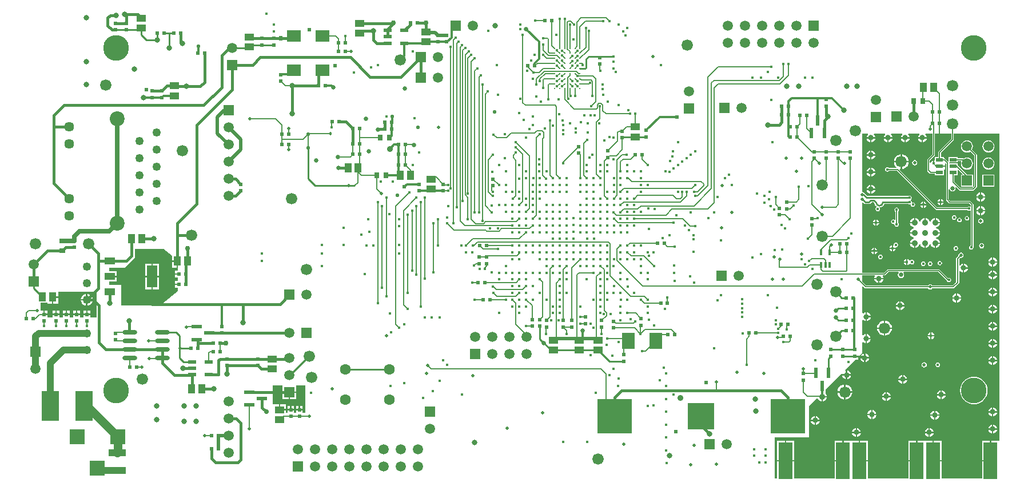
<source format=gbl>
%FSLAX25Y25*%
%MOIN*%
G70*
G01*
G75*
G04 Layer_Physical_Order=6*
G04 Layer_Color=16711680*
%ADD10C,0.01000*%
%ADD11R,0.02362X0.01969*%
%ADD12R,0.01969X0.02362*%
%ADD13R,0.04331X0.05512*%
%ADD14R,0.05118X0.02165*%
%ADD15R,0.03150X0.03543*%
%ADD16R,0.02362X0.09843*%
%ADD17R,0.07874X0.21654*%
%ADD18O,0.02362X0.08465*%
%ADD19R,0.03543X0.03150*%
%ADD20R,0.03937X0.04724*%
%ADD21R,0.02165X0.05118*%
%ADD22O,0.06496X0.01181*%
%ADD23O,0.01181X0.06496*%
%ADD24R,0.08858X0.01969*%
%ADD25R,0.15748X0.08071*%
%ADD26R,0.05512X0.04331*%
%ADD27R,0.01575X0.03347*%
%ADD28C,0.01969*%
%ADD29O,0.06693X0.01181*%
%ADD30R,0.01772X0.08268*%
%ADD31O,0.01772X0.08268*%
%ADD32O,0.07087X0.01378*%
%ADD33R,0.01181X0.02953*%
%ADD34R,0.01181X0.03347*%
%ADD35R,0.02953X0.01181*%
%ADD36R,0.03347X0.01181*%
%ADD37R,0.21260X0.21260*%
%ADD38R,0.11024X0.03937*%
%ADD39R,0.03150X0.01181*%
%ADD40R,0.04921X0.15748*%
%ADD41C,0.00500*%
%ADD42C,0.00800*%
%ADD43C,0.01200*%
%ADD44C,0.01190*%
%ADD45C,0.01600*%
%ADD46C,0.02500*%
%ADD47C,0.03000*%
%ADD48C,0.02000*%
%ADD49C,0.01500*%
%ADD50C,0.05906*%
%ADD51R,0.05906X0.05906*%
%ADD52R,0.08661X0.08661*%
%ADD53C,0.04921*%
%ADD54C,0.06299*%
%ADD55C,0.06614*%
%ADD56R,0.05906X0.05906*%
%ADD57C,0.08661*%
%ADD58C,0.05709*%
%ADD59C,0.02000*%
%ADD60C,0.01600*%
%ADD61C,0.03200*%
%ADD62C,0.02600*%
%ADD63C,0.02400*%
%ADD64C,0.15000*%
%ADD65C,0.01800*%
%ADD66C,0.02200*%
%ADD67C,0.03600*%
%ADD68C,0.03000*%
%ADD69C,0.02900*%
%ADD70C,0.00600*%
%ADD71R,0.05900X0.12900*%
%ADD72R,0.05900X0.03900*%
%ADD73R,0.20000X0.20000*%
%ADD74R,0.15590X0.15590*%
%ADD75R,0.05906X0.02362*%
%ADD76R,0.03543X0.02756*%
%ADD77R,0.10236X0.04331*%
%ADD78R,0.07874X0.07087*%
%ADD79R,0.07480X0.09449*%
%ADD80C,0.01181*%
%ADD81R,0.02362X0.05906*%
%ADD82R,0.04331X0.02165*%
%ADD83O,0.08661X0.02362*%
%ADD84R,0.09843X0.17716*%
%ADD85C,0.04000*%
%ADD86C,0.01800*%
%ADD87C,0.05000*%
G36*
X548504Y178915D02*
X548313Y178453D01*
X547547D01*
Y171547D01*
X554313D01*
X554504Y171085D01*
X554183Y170765D01*
X547317D01*
X543702Y174380D01*
Y178177D01*
X545602D01*
Y181163D01*
X546064Y181354D01*
X548504Y178915D01*
D02*
G37*
G36*
X43500Y95000D02*
X39984D01*
Y96569D01*
X36016D01*
Y95000D01*
X33984D01*
Y96569D01*
X30016D01*
Y95000D01*
X27984D01*
Y96569D01*
X24016D01*
Y95000D01*
X21984D01*
Y96569D01*
X18016D01*
Y95000D01*
X14984D01*
Y96569D01*
X13000D01*
Y96969D01*
X12600D01*
Y99150D01*
X11016D01*
D01*
X11016D01*
X11000Y99165D01*
Y103744D01*
X14713D01*
D01*
X14713D01*
X14787Y103669D01*
Y103244D01*
X17553D01*
Y107000D01*
X17953D01*
Y107400D01*
X21118D01*
Y110200D01*
X43500D01*
Y95000D01*
D02*
G37*
G36*
X570000Y23303D02*
X569669D01*
Y23303D01*
X565132D01*
Y11476D01*
X564732D01*
Y11076D01*
X559795D01*
Y1020D01*
X536205D01*
Y11076D01*
X531268D01*
Y11476D01*
X530868D01*
Y23303D01*
X526669D01*
D01*
D01*
X526669Y23303D01*
X526331D01*
Y23303D01*
X522132D01*
Y11476D01*
X521732D01*
Y11076D01*
X516795D01*
Y1020D01*
X493205D01*
Y11076D01*
X488268D01*
Y11476D01*
X487868D01*
Y23303D01*
X483669D01*
D01*
D01*
X483669Y23303D01*
X483331D01*
Y23303D01*
X479132D01*
Y11476D01*
X478732D01*
Y11076D01*
X473795D01*
Y1020D01*
X450205D01*
Y11076D01*
X440331D01*
Y1020D01*
X439258D01*
X438905Y1374D01*
X439000Y25000D01*
X459000D01*
Y43500D01*
X463490Y48004D01*
X463980Y47907D01*
X464154Y47488D01*
X464603Y46903D01*
X465188Y46454D01*
X465869Y46172D01*
X466200Y46128D01*
Y48900D01*
X466600D01*
Y49300D01*
X469372D01*
X469328Y49631D01*
X469046Y50312D01*
X468597Y50897D01*
X468553Y50931D01*
X468681Y51307D01*
X468681D01*
Y53212D01*
X477800Y62361D01*
X478249Y62140D01*
X478230Y62000D01*
X480400D01*
Y64170D01*
X480252Y64150D01*
X480031Y64599D01*
X485764Y70350D01*
X487484D01*
Y72076D01*
X489113Y73710D01*
X489489Y73381D01*
Y73381D01*
D01*
X489129Y72911D01*
X488867Y72279D01*
X488830Y72000D01*
X491000D01*
Y74170D01*
X490721Y74133D01*
X490089Y73871D01*
X489617Y73509D01*
X489316Y73852D01*
X489287Y73885D01*
X490000Y74600D01*
Y80646D01*
X490448Y80867D01*
X490889Y80529D01*
X491521Y80267D01*
X491800Y80230D01*
Y82800D01*
Y85370D01*
X491521Y85333D01*
X490889Y85071D01*
X490448Y84733D01*
X490000Y84954D01*
Y93404D01*
X490433Y93736D01*
X490448Y93743D01*
X490989Y93329D01*
X491621Y93067D01*
X491900Y93030D01*
Y95600D01*
Y98170D01*
X491621Y98133D01*
X490989Y97871D01*
X490448Y97457D01*
X490433Y97464D01*
X490000Y97796D01*
Y113049D01*
X490462Y113240D01*
X491351Y112351D01*
X491649Y112152D01*
X492000Y112082D01*
X528309D01*
X528419Y111919D01*
X528915Y111587D01*
X529500Y111471D01*
X530085Y111587D01*
X530581Y111919D01*
X530691Y112082D01*
X543000D01*
X543351Y112152D01*
X543649Y112351D01*
X543649Y112351D01*
X543649Y112351D01*
X546149Y114851D01*
X546348Y115149D01*
X546359Y115207D01*
X546418Y115500D01*
Y122317D01*
X546891Y122477D01*
X547146Y122146D01*
X547689Y121729D01*
X548321Y121467D01*
X548600Y121430D01*
Y124000D01*
Y126570D01*
X548321Y126533D01*
X547689Y126271D01*
X547146Y125854D01*
X546891Y125523D01*
X546418Y125683D01*
Y129120D01*
X547307Y130009D01*
X547500Y129971D01*
X548085Y130087D01*
X548581Y130419D01*
X548913Y130915D01*
X549029Y131500D01*
X548913Y132085D01*
X548581Y132581D01*
X548085Y132913D01*
X547500Y133029D01*
X546915Y132913D01*
X546419Y132581D01*
X546087Y132085D01*
X545971Y131500D01*
X546009Y131307D01*
X544851Y130149D01*
X544652Y129851D01*
X544582Y129500D01*
Y115880D01*
X542620Y113918D01*
X530691D01*
X530581Y114081D01*
X530085Y114413D01*
X529500Y114529D01*
X528915Y114413D01*
X528419Y114081D01*
X528309Y113918D01*
X492380D01*
X490000Y116298D01*
Y119735D01*
X497166D01*
X497387Y119287D01*
X497329Y119211D01*
X497067Y118579D01*
X497030Y118300D01*
X502170D01*
X502133Y118579D01*
X501871Y119211D01*
X501813Y119287D01*
X502034Y119735D01*
X503000D01*
X503293Y119793D01*
X503541Y119959D01*
X505317Y121735D01*
X510910D01*
X511182Y121328D01*
X511200Y121294D01*
X510804Y120702D01*
X510665Y120000D01*
X510804Y119298D01*
X511202Y118702D01*
X511798Y118304D01*
X512500Y118165D01*
X513202Y118304D01*
X513798Y118702D01*
X514196Y119298D01*
X514335Y120000D01*
X514196Y120702D01*
X513800Y121294D01*
X513818Y121328D01*
X514090Y121735D01*
X534183D01*
X539238Y116681D01*
X539275Y116493D01*
X539563Y116063D01*
X539993Y115775D01*
X540500Y115674D01*
X541007Y115775D01*
X541437Y116063D01*
X541725Y116493D01*
X541825Y117000D01*
X541725Y117507D01*
X541437Y117937D01*
X541007Y118225D01*
X540500Y118325D01*
X539993Y118225D01*
X539911Y118170D01*
X535041Y123041D01*
X534793Y123206D01*
X534500Y123265D01*
X505000D01*
X505000Y123265D01*
X504707Y123206D01*
X504459Y123041D01*
X502683Y121265D01*
X490000D01*
Y162105D01*
X490462Y162296D01*
X491121Y161637D01*
X491452Y161416D01*
X491842Y161339D01*
X494000D01*
X494390Y161416D01*
X494721Y161637D01*
X494863Y161849D01*
X494903Y161826D01*
X495083Y162095D01*
X495504Y162376D01*
X496000Y162475D01*
X496496Y162376D01*
X496917Y162095D01*
X497036Y161918D01*
X497077Y161605D01*
X497379Y160876D01*
X497860Y160249D01*
X498179Y160004D01*
X498163Y159504D01*
X498063Y159437D01*
X497775Y159007D01*
X497675Y158500D01*
X497775Y157993D01*
X498063Y157563D01*
X498493Y157275D01*
X499000Y157175D01*
X499507Y157275D01*
X499937Y157563D01*
X500225Y157993D01*
X500325Y158500D01*
X500225Y159007D01*
X500225Y159007D01*
X500225Y159007D01*
D01*
X500000Y159362D01*
X500000Y159362D01*
X500783Y159466D01*
X501513Y159768D01*
X502140Y160249D01*
X502621Y160876D01*
X502812Y161339D01*
X516828D01*
X517135Y161134D01*
X517642Y161033D01*
X517826Y161069D01*
X518175Y161000D01*
X518275Y160493D01*
X518563Y160063D01*
X518993Y159775D01*
X519500Y159675D01*
X520007Y159775D01*
X520437Y160063D01*
X520725Y160493D01*
X520825Y161000D01*
X520725Y161507D01*
X520437Y161937D01*
X520007Y162225D01*
X519500Y162326D01*
X519316Y162289D01*
X518967Y162358D01*
X518866Y162865D01*
X518579Y163295D01*
X518308Y163477D01*
Y163977D01*
X518437Y164063D01*
X518725Y164493D01*
X518825Y165000D01*
X518725Y165507D01*
X518437Y165937D01*
X518007Y166225D01*
X517500Y166325D01*
X516993Y166225D01*
X516686Y166020D01*
X492875D01*
X491374Y167521D01*
X491281Y167583D01*
X491081Y167881D01*
X490585Y168213D01*
X490000Y168329D01*
Y202500D01*
X493209D01*
X493370Y202027D01*
X493146Y201854D01*
X492729Y201311D01*
X492467Y200679D01*
X492430Y200400D01*
X497570D01*
X497533Y200679D01*
X497271Y201311D01*
X496854Y201854D01*
X496630Y202027D01*
X496791Y202500D01*
X503209D01*
X503370Y202027D01*
X503146Y201854D01*
X502729Y201311D01*
X502467Y200679D01*
X502430Y200400D01*
X507570D01*
X507533Y200679D01*
X507271Y201311D01*
X506854Y201854D01*
X506630Y202027D01*
X506791Y202500D01*
X513209D01*
X513370Y202027D01*
X513146Y201854D01*
X512729Y201311D01*
X512467Y200679D01*
X512430Y200400D01*
X517570D01*
X517533Y200679D01*
X517271Y201311D01*
X516854Y201854D01*
X516630Y202027D01*
X516791Y202500D01*
X523209D01*
X523370Y202027D01*
X523146Y201854D01*
X522729Y201311D01*
X522467Y200679D01*
X522430Y200400D01*
X527570D01*
X527533Y200679D01*
X527271Y201311D01*
X526854Y201854D01*
X526630Y202027D01*
X526791Y202500D01*
X530735D01*
Y190317D01*
X527959Y187541D01*
X527794Y187293D01*
X527735Y187000D01*
X527735Y187000D01*
X527735D01*
X527735Y187000D01*
X527735D01*
Y181000D01*
X527735Y181000D01*
X527735D01*
X527794Y180707D01*
X527959Y180459D01*
X529199Y179219D01*
X529448Y179053D01*
X529740Y178995D01*
X532398D01*
Y178177D01*
X537728D01*
Y181342D01*
D01*
Y181342D01*
X537803Y181417D01*
X538228D01*
Y183100D01*
X535063D01*
Y183900D01*
X538228D01*
Y185037D01*
X538320Y185075D01*
X538735Y184797D01*
Y164000D01*
X538735Y164000D01*
X538735D01*
X538794Y163707D01*
X538959Y163459D01*
X540459Y161959D01*
X540707Y161793D01*
X541000Y161735D01*
X552183D01*
X553235Y160683D01*
Y160035D01*
X552794Y159800D01*
X552607Y159925D01*
X552100Y160026D01*
X551593Y159925D01*
X551163Y159637D01*
X551048Y159465D01*
X533617D01*
X511667Y181414D01*
X511888Y181863D01*
X512300Y181808D01*
Y185700D01*
X508408D01*
X508504Y184976D01*
X508938Y183928D01*
X509628Y183028D01*
X509917Y182807D01*
X509756Y182333D01*
X505584D01*
X505469Y182506D01*
X505039Y182793D01*
X504531Y182894D01*
X504024Y182793D01*
X503594Y182506D01*
X503307Y182076D01*
X503206Y181569D01*
X503307Y181061D01*
X503594Y180631D01*
X504024Y180344D01*
X504531Y180243D01*
X505039Y180344D01*
X505469Y180631D01*
X505584Y180804D01*
X510115D01*
X532759Y158159D01*
X533007Y157993D01*
X533300Y157935D01*
X551048D01*
X551163Y157763D01*
X551593Y157475D01*
X552100Y157375D01*
X552607Y157475D01*
X552794Y157600D01*
X553235Y157365D01*
Y137273D01*
X552993Y137225D01*
X552563Y136937D01*
X552275Y136507D01*
X552175Y136000D01*
X552275Y135493D01*
X552563Y135063D01*
X552993Y134775D01*
X553500Y134675D01*
X554007Y134775D01*
X554437Y135063D01*
X554725Y135493D01*
X554825Y136000D01*
X554745Y136403D01*
X554765Y136500D01*
X554765Y136500D01*
Y161000D01*
D01*
Y161000D01*
X554765D01*
D01*
Y161000D01*
X554765D01*
Y161000D01*
X554765Y161000D01*
X554765Y161000D01*
D01*
D01*
D01*
D01*
X554706Y161293D01*
X554650Y161376D01*
X554650Y161376D01*
X554541Y161541D01*
Y161541D01*
X554541Y161541D01*
X553041Y163041D01*
X552793Y163207D01*
X552500Y163265D01*
X541317D01*
X540265Y164317D01*
Y169961D01*
X540762Y170010D01*
X540804Y169798D01*
X541202Y169202D01*
X541798Y168804D01*
X542500Y168665D01*
X543202Y168804D01*
X543798Y169202D01*
X544196Y169798D01*
X544335Y170500D01*
X544234Y171008D01*
X544675Y171243D01*
X546459Y169459D01*
X546459Y169459D01*
X546707Y169293D01*
X546707Y169293D01*
X546707Y169293D01*
D01*
X546707Y169293D01*
X546707Y169293D01*
X547000Y169235D01*
X547000Y169235D01*
X554500D01*
X554793Y169293D01*
X555041Y169459D01*
X556541Y170959D01*
X556706Y171207D01*
X556765Y171500D01*
X556765Y171500D01*
X556765Y171500D01*
Y171500D01*
Y190000D01*
X556765Y190000D01*
X556706Y190293D01*
X556541Y190541D01*
X553932Y193149D01*
X554016Y193259D01*
X554364Y194099D01*
X554483Y195000D01*
X554364Y195901D01*
X554016Y196741D01*
X553463Y197462D01*
X552741Y198016D01*
X551901Y198364D01*
X551000Y198483D01*
X550099Y198364D01*
X549259Y198016D01*
X548537Y197462D01*
X547984Y196741D01*
X547636Y195901D01*
X547517Y195000D01*
X547636Y194099D01*
X547984Y193259D01*
X548537Y192537D01*
X549259Y191984D01*
X550099Y191636D01*
X551000Y191517D01*
X551901Y191636D01*
X552741Y191984D01*
X552851Y192068D01*
X555235Y189683D01*
Y171817D01*
X554915Y171496D01*
X554453Y171687D01*
Y178453D01*
X551129D01*
X545602Y183979D01*
Y185083D01*
X540717D01*
X540668Y185580D01*
X541056Y185658D01*
X545602D01*
Y186476D01*
X547424D01*
X547702Y186060D01*
X547636Y185901D01*
X547517Y185000D01*
X547636Y184099D01*
X547984Y183259D01*
X548537Y182537D01*
X549259Y181984D01*
X550099Y181636D01*
X551000Y181518D01*
X551901Y181636D01*
X552741Y181984D01*
X553463Y182537D01*
X554016Y183259D01*
X554364Y184099D01*
X554483Y185000D01*
X554364Y185901D01*
X554016Y186741D01*
X553463Y187462D01*
X552741Y188016D01*
X551901Y188364D01*
X551000Y188482D01*
X550099Y188364D01*
X549259Y188016D01*
X549114Y187905D01*
X549052Y187947D01*
X548760Y188005D01*
X545602D01*
Y188823D01*
X540272D01*
Y186463D01*
X539810Y186272D01*
X538301Y187781D01*
X538053Y187947D01*
X537760Y188005D01*
X537728D01*
Y188823D01*
X535828D01*
Y191246D01*
X543041Y198459D01*
X543207Y198707D01*
X543265Y199000D01*
X543265Y199000D01*
X543265Y199000D01*
Y199000D01*
Y202500D01*
X570000D01*
Y23303D01*
D02*
G37*
G36*
X541735Y199317D02*
X534522Y192104D01*
X534356Y191856D01*
X534298Y191563D01*
X534298Y191563D01*
X534298D01*
X534298Y191563D01*
X534298D01*
Y188823D01*
X532398D01*
Y187051D01*
X532011Y186734D01*
X531900Y186756D01*
Y185000D01*
X531100D01*
Y186756D01*
X530798Y186696D01*
X530202Y186298D01*
X529804Y185702D01*
X529762Y185490D01*
X529265Y185539D01*
Y186683D01*
X532041Y189459D01*
X532206Y189707D01*
X532265Y190000D01*
X532265Y190000D01*
X532265Y190000D01*
Y190000D01*
Y202500D01*
X541735D01*
Y199317D01*
D02*
G37*
G36*
X87432Y130990D02*
Y128450D01*
X90597D01*
Y128050D01*
X90997D01*
Y124294D01*
X91050D01*
Y122534D01*
X89400D01*
Y120950D01*
X91581D01*
Y120150D01*
X89400D01*
Y118566D01*
X91050D01*
Y116534D01*
X89400D01*
Y114950D01*
X91581D01*
Y114150D01*
X89400D01*
Y112566D01*
X91050D01*
Y110550D01*
X80500Y102000D01*
X58000D01*
Y114000D01*
X51000D01*
Y116100D01*
X55100D01*
Y118650D01*
X51150D01*
Y119450D01*
X55100D01*
Y122000D01*
X51000D01*
Y124000D01*
X60000D01*
X66000Y130000D01*
Y135000D01*
X82435Y135050D01*
X87432Y130990D01*
D02*
G37*
G36*
X165244Y39350D02*
X163728D01*
Y40919D01*
X159760D01*
Y39350D01*
X158728D01*
Y40919D01*
X154760D01*
Y39350D01*
X154000D01*
Y40903D01*
X150244D01*
Y41303D01*
X149844D01*
Y44469D01*
X146488D01*
D01*
X146488D01*
X146244Y44713D01*
Y51591D01*
Y55350D01*
X152047D01*
Y51900D01*
X159953D01*
Y55350D01*
X165244D01*
Y39350D01*
D02*
G37*
%LPC*%
G36*
X566400Y72570D02*
Y70400D01*
X568570D01*
X568533Y70679D01*
X568271Y71311D01*
X567854Y71854D01*
X567311Y72271D01*
X566679Y72533D01*
X566400Y72570D01*
D02*
G37*
G36*
X491800Y74170D02*
Y72000D01*
X493970D01*
X493933Y72279D01*
X493671Y72911D01*
X493254Y73454D01*
X492711Y73871D01*
X492079Y74133D01*
X491800Y74170D01*
D02*
G37*
G36*
X493970Y71200D02*
X491800D01*
Y69030D01*
X492079Y69067D01*
X492711Y69329D01*
X493254Y69746D01*
X493671Y70289D01*
X493933Y70921D01*
X493970Y71200D01*
D02*
G37*
G36*
X565600Y72570D02*
X565321Y72533D01*
X564689Y72271D01*
X564146Y71854D01*
X563729Y71311D01*
X563467Y70679D01*
X563430Y70400D01*
X565600D01*
Y72570D01*
D02*
G37*
G36*
Y79600D02*
X563430D01*
X563467Y79321D01*
X563729Y78689D01*
X564146Y78146D01*
X564689Y77729D01*
X565321Y77467D01*
X565600Y77430D01*
Y79600D01*
D02*
G37*
G36*
X529600Y84100D02*
X528040D01*
X528116Y83720D01*
X528558Y83058D01*
X529220Y82616D01*
X529600Y82540D01*
Y84100D01*
D02*
G37*
G36*
X565600Y82570D02*
X565321Y82533D01*
X564689Y82271D01*
X564146Y81854D01*
X563729Y81311D01*
X563467Y80679D01*
X563430Y80400D01*
X565600D01*
Y82570D01*
D02*
G37*
G36*
X566400D02*
Y80400D01*
X568570D01*
X568533Y80679D01*
X568271Y81311D01*
X567854Y81854D01*
X567311Y82271D01*
X566679Y82533D01*
X566400Y82570D01*
D02*
G37*
G36*
X568570Y79600D02*
X566400D01*
Y77430D01*
X566679Y77467D01*
X567311Y77729D01*
X567854Y78146D01*
X568271Y78689D01*
X568533Y79321D01*
X568570Y79600D01*
D02*
G37*
G36*
X531960Y84100D02*
X530400D01*
Y82540D01*
X530780Y82616D01*
X531442Y83058D01*
X531884Y83720D01*
X531960Y84100D01*
D02*
G37*
G36*
X494770Y82400D02*
X492600D01*
Y80230D01*
X492879Y80267D01*
X493511Y80529D01*
X494054Y80946D01*
X494471Y81489D01*
X494733Y82121D01*
X494770Y82400D01*
D02*
G37*
G36*
X491000Y71200D02*
X488830D01*
X488867Y70921D01*
X489129Y70289D01*
X489546Y69746D01*
X490089Y69329D01*
X490721Y69067D01*
X491000Y69030D01*
Y71200D01*
D02*
G37*
G36*
X516070Y58600D02*
X513900D01*
Y56430D01*
X514179Y56467D01*
X514811Y56729D01*
X515354Y57146D01*
X515771Y57689D01*
X516033Y58321D01*
X516070Y58600D01*
D02*
G37*
G36*
X480400Y61200D02*
X478230D01*
X478267Y60921D01*
X478529Y60289D01*
X478946Y59746D01*
X479489Y59329D01*
X480121Y59067D01*
X480400Y59030D01*
Y61200D01*
D02*
G37*
G36*
X483370D02*
X481200D01*
Y59030D01*
X481479Y59067D01*
X482111Y59329D01*
X482654Y59746D01*
X483071Y60289D01*
X483333Y60921D01*
X483370Y61200D01*
D02*
G37*
G36*
X479400Y55892D02*
X478676Y55796D01*
X477628Y55362D01*
X476728Y54672D01*
X476038Y53772D01*
X475604Y52724D01*
X475508Y52000D01*
X479400D01*
Y55892D01*
D02*
G37*
G36*
X480200D02*
Y52000D01*
X484092D01*
X483996Y52724D01*
X483562Y53772D01*
X482872Y54672D01*
X481972Y55362D01*
X480924Y55796D01*
X480200Y55892D01*
D02*
G37*
G36*
X513100Y58600D02*
X510930D01*
X510967Y58321D01*
X511229Y57689D01*
X511646Y57146D01*
X512189Y56729D01*
X512821Y56467D01*
X513100Y56430D01*
Y58600D01*
D02*
G37*
G36*
Y61570D02*
X512821Y61533D01*
X512189Y61271D01*
X511646Y60854D01*
X511229Y60311D01*
X510967Y59679D01*
X510930Y59400D01*
X513100D01*
Y61570D01*
D02*
G37*
G36*
X534000Y68826D02*
X533493Y68725D01*
X533063Y68437D01*
X532775Y68007D01*
X532675Y67500D01*
X532775Y66993D01*
X533063Y66563D01*
X533493Y66275D01*
X534000Y66175D01*
X534507Y66275D01*
X534937Y66563D01*
X535225Y66993D01*
X535325Y67500D01*
X535225Y68007D01*
X534937Y68437D01*
X534507Y68725D01*
X534000Y68826D01*
D02*
G37*
G36*
X565600Y69600D02*
X563430D01*
X563467Y69321D01*
X563729Y68689D01*
X564146Y68146D01*
X564689Y67729D01*
X565321Y67467D01*
X565600Y67430D01*
Y69600D01*
D02*
G37*
G36*
X568570D02*
X566400D01*
Y67430D01*
X566679Y67467D01*
X567311Y67729D01*
X567854Y68146D01*
X568271Y68689D01*
X568533Y69321D01*
X568570Y69600D01*
D02*
G37*
G36*
X513900Y61570D02*
Y59400D01*
X516070D01*
X516033Y59679D01*
X515771Y60311D01*
X515354Y60854D01*
X514811Y61271D01*
X514179Y61533D01*
X513900Y61570D01*
D02*
G37*
G36*
X481200Y64170D02*
Y62000D01*
X483370D01*
X483333Y62279D01*
X483071Y62911D01*
X482654Y63454D01*
X482111Y63871D01*
X481479Y64133D01*
X481200Y64170D01*
D02*
G37*
G36*
X526000Y69029D02*
X525415Y68913D01*
X524919Y68581D01*
X524587Y68085D01*
X524471Y67500D01*
X524587Y66915D01*
X524919Y66419D01*
X525415Y66087D01*
X526000Y65971D01*
X526585Y66087D01*
X527081Y66419D01*
X527413Y66915D01*
X527529Y67500D01*
X527413Y68085D01*
X527081Y68581D01*
X526585Y68913D01*
X526000Y69029D01*
D02*
G37*
G36*
X492600Y85370D02*
Y83200D01*
X494770D01*
X494733Y83479D01*
X494471Y84111D01*
X494054Y84654D01*
X493511Y85071D01*
X492879Y85333D01*
X492600Y85370D01*
D02*
G37*
G36*
X27984Y99150D02*
X26400D01*
Y97369D01*
X27984D01*
Y99150D01*
D02*
G37*
G36*
X31600D02*
X30016D01*
Y97369D01*
X31600D01*
Y99150D01*
D02*
G37*
G36*
X33984D02*
X32400D01*
Y97369D01*
X33984D01*
Y99150D01*
D02*
G37*
G36*
X19600D02*
X18016D01*
Y97369D01*
X19600D01*
Y99150D01*
D02*
G37*
G36*
X21984D02*
X20400D01*
Y97369D01*
X21984D01*
Y99150D01*
D02*
G37*
G36*
X25600D02*
X24016D01*
Y97369D01*
X25600D01*
Y99150D01*
D02*
G37*
G36*
X37600D02*
X36016D01*
Y97369D01*
X37600D01*
Y99150D01*
D02*
G37*
G36*
X511600Y101600D02*
X509430D01*
X509467Y101321D01*
X509729Y100689D01*
X510146Y100146D01*
X510689Y99729D01*
X511321Y99467D01*
X511600Y99430D01*
Y101600D01*
D02*
G37*
G36*
X514570D02*
X512400D01*
Y99430D01*
X512679Y99467D01*
X513311Y99729D01*
X513854Y100146D01*
X514271Y100689D01*
X514533Y101321D01*
X514570Y101600D01*
D02*
G37*
G36*
X565600Y102570D02*
X565321Y102533D01*
X564689Y102271D01*
X564146Y101854D01*
X563729Y101311D01*
X563467Y100679D01*
X563430Y100400D01*
X565600D01*
Y102570D01*
D02*
G37*
G36*
X39984Y99150D02*
X38400D01*
Y97369D01*
X39984D01*
Y99150D01*
D02*
G37*
G36*
X565600Y99600D02*
X563430D01*
X563467Y99321D01*
X563729Y98689D01*
X564146Y98146D01*
X564689Y97729D01*
X565321Y97467D01*
X565600Y97430D01*
Y99600D01*
D02*
G37*
G36*
X568570D02*
X566400D01*
Y97430D01*
X566679Y97467D01*
X567311Y97729D01*
X567854Y98146D01*
X568271Y98689D01*
X568533Y99321D01*
X568570Y99600D01*
D02*
G37*
G36*
X530400Y86460D02*
Y84900D01*
X531960D01*
X531884Y85280D01*
X531442Y85942D01*
X530780Y86384D01*
X530400Y86460D01*
D02*
G37*
G36*
X565600Y89600D02*
X563430D01*
X563467Y89321D01*
X563729Y88689D01*
X564146Y88146D01*
X564689Y87729D01*
X565321Y87467D01*
X565600Y87430D01*
Y89600D01*
D02*
G37*
G36*
X568570D02*
X566400D01*
Y87430D01*
X566679Y87467D01*
X567311Y87729D01*
X567854Y88146D01*
X568271Y88689D01*
X568533Y89321D01*
X568570Y89600D01*
D02*
G37*
G36*
X502500Y88500D02*
X498608D01*
X498704Y87776D01*
X499138Y86728D01*
X499828Y85828D01*
X500728Y85138D01*
X501776Y84704D01*
X502500Y84608D01*
Y88500D01*
D02*
G37*
G36*
X507192D02*
X503300D01*
Y84608D01*
X504024Y84704D01*
X505072Y85138D01*
X505972Y85828D01*
X506662Y86728D01*
X507096Y87776D01*
X507192Y88500D01*
D02*
G37*
G36*
X529600Y86460D02*
X529220Y86384D01*
X528558Y85942D01*
X528116Y85280D01*
X528040Y84900D01*
X529600D01*
Y86460D01*
D02*
G37*
G36*
X502500Y93192D02*
X501776Y93096D01*
X500728Y92662D01*
X499828Y91972D01*
X499138Y91072D01*
X498704Y90024D01*
X498608Y89300D01*
X502500D01*
Y93192D01*
D02*
G37*
G36*
X494870Y95200D02*
X492700D01*
Y93030D01*
X492979Y93067D01*
X493611Y93329D01*
X494154Y93746D01*
X494571Y94289D01*
X494833Y94921D01*
X494870Y95200D01*
D02*
G37*
G36*
X492700Y98170D02*
Y96000D01*
X494870D01*
X494833Y96279D01*
X494571Y96911D01*
X494154Y97454D01*
X493611Y97871D01*
X492979Y98133D01*
X492700Y98170D01*
D02*
G37*
G36*
X14984Y99150D02*
X13400D01*
Y97369D01*
X14984D01*
Y99150D01*
D02*
G37*
G36*
X503300Y93192D02*
Y89300D01*
X507192D01*
X507096Y90024D01*
X506662Y91072D01*
X505972Y91972D01*
X505072Y92662D01*
X504024Y93096D01*
X503300Y93192D01*
D02*
G37*
G36*
X565600Y92570D02*
X565321Y92533D01*
X564689Y92271D01*
X564146Y91854D01*
X563729Y91311D01*
X563467Y90679D01*
X563430Y90400D01*
X565600D01*
Y92570D01*
D02*
G37*
G36*
X566400D02*
Y90400D01*
X568570D01*
X568533Y90679D01*
X568271Y91311D01*
X567854Y91854D01*
X567311Y92271D01*
X566679Y92533D01*
X566400Y92570D01*
D02*
G37*
G36*
X565600Y32570D02*
X565321Y32533D01*
X564689Y32271D01*
X564146Y31854D01*
X563729Y31311D01*
X563467Y30679D01*
X563430Y30400D01*
X565600D01*
Y32570D01*
D02*
G37*
G36*
X566400D02*
Y30400D01*
X568570D01*
X568533Y30679D01*
X568271Y31311D01*
X567854Y31854D01*
X567311Y32271D01*
X566679Y32533D01*
X566400Y32570D01*
D02*
G37*
G36*
X462100Y34600D02*
X459930D01*
X459967Y34321D01*
X460229Y33689D01*
X460646Y33146D01*
X461189Y32729D01*
X461821Y32467D01*
X462100Y32430D01*
Y34600D01*
D02*
G37*
G36*
X486900Y30570D02*
Y28400D01*
X489070D01*
X489033Y28679D01*
X488771Y29311D01*
X488354Y29854D01*
X487811Y30271D01*
X487179Y30533D01*
X486900Y30570D01*
D02*
G37*
G36*
X528600D02*
X528321Y30533D01*
X527689Y30271D01*
X527146Y29854D01*
X526729Y29311D01*
X526467Y28679D01*
X526430Y28400D01*
X528600D01*
Y30570D01*
D02*
G37*
G36*
X529400D02*
Y28400D01*
X531570D01*
X531533Y28679D01*
X531271Y29311D01*
X530854Y29854D01*
X530311Y30271D01*
X529679Y30533D01*
X529400Y30570D01*
D02*
G37*
G36*
X465070Y34600D02*
X462900D01*
Y32430D01*
X463179Y32467D01*
X463811Y32729D01*
X464354Y33146D01*
X464771Y33689D01*
X465033Y34321D01*
X465070Y34600D01*
D02*
G37*
G36*
X534798Y37700D02*
X532628D01*
Y35530D01*
X532907Y35567D01*
X533540Y35829D01*
X534083Y36246D01*
X534500Y36789D01*
X534762Y37421D01*
X534798Y37700D01*
D02*
G37*
G36*
X495100Y38100D02*
X492930D01*
X492967Y37821D01*
X493229Y37189D01*
X493646Y36646D01*
X494189Y36229D01*
X494821Y35967D01*
X495100Y35930D01*
Y38100D01*
D02*
G37*
G36*
X498070D02*
X495900D01*
Y35930D01*
X496179Y35967D01*
X496811Y36229D01*
X497354Y36646D01*
X497771Y37189D01*
X498033Y37821D01*
X498070Y38100D01*
D02*
G37*
G36*
X462100Y37570D02*
X461821Y37533D01*
X461189Y37271D01*
X460646Y36854D01*
X460229Y36311D01*
X459967Y35679D01*
X459930Y35400D01*
X462100D01*
Y37570D01*
D02*
G37*
G36*
X462900D02*
Y35400D01*
X465070D01*
X465033Y35679D01*
X464771Y36311D01*
X464354Y36854D01*
X463811Y37271D01*
X463179Y37533D01*
X462900Y37570D01*
D02*
G37*
G36*
X531828Y37700D02*
X529659D01*
X529695Y37421D01*
X529957Y36789D01*
X530374Y36246D01*
X530917Y35829D01*
X531550Y35567D01*
X531828Y35530D01*
Y37700D01*
D02*
G37*
G36*
X486100Y30570D02*
X485821Y30533D01*
X485189Y30271D01*
X484646Y29854D01*
X484229Y29311D01*
X483967Y28679D01*
X483930Y28400D01*
X486100D01*
Y30570D01*
D02*
G37*
G36*
X493205Y23303D02*
X488668D01*
Y11876D01*
X493205D01*
Y23303D01*
D02*
G37*
G36*
X521332D02*
X516795D01*
Y11876D01*
X521332D01*
Y23303D01*
D02*
G37*
G36*
X536205D02*
X531668D01*
Y11876D01*
X536205D01*
Y23303D01*
D02*
G37*
G36*
X444868D02*
X440331D01*
Y11876D01*
X444868D01*
Y23303D01*
D02*
G37*
G36*
X450205D02*
X445668D01*
Y11876D01*
X450205D01*
Y23303D01*
D02*
G37*
G36*
X478332D02*
X473795D01*
Y11876D01*
X478332D01*
Y23303D01*
D02*
G37*
G36*
X564332D02*
X559795D01*
Y11876D01*
X564332D01*
Y23303D01*
D02*
G37*
G36*
X531570Y27600D02*
X529400D01*
Y25430D01*
X529679Y25467D01*
X530311Y25729D01*
X530854Y26146D01*
X531271Y26689D01*
X531533Y27321D01*
X531570Y27600D01*
D02*
G37*
G36*
X565600Y29600D02*
X563430D01*
X563467Y29321D01*
X563729Y28689D01*
X564146Y28146D01*
X564689Y27729D01*
X565321Y27467D01*
X565600Y27430D01*
Y29600D01*
D02*
G37*
G36*
X568570D02*
X566400D01*
Y27430D01*
X566679Y27467D01*
X567311Y27729D01*
X567854Y28146D01*
X568271Y28689D01*
X568533Y29321D01*
X568570Y29600D01*
D02*
G37*
G36*
X486100Y27600D02*
X483930D01*
X483967Y27321D01*
X484229Y26689D01*
X484646Y26146D01*
X485189Y25729D01*
X485821Y25467D01*
X486100Y25430D01*
Y27600D01*
D02*
G37*
G36*
X489070D02*
X486900D01*
Y25430D01*
X487179Y25467D01*
X487811Y25729D01*
X488354Y26146D01*
X488771Y26689D01*
X489033Y27321D01*
X489070Y27600D01*
D02*
G37*
G36*
X528600D02*
X526430D01*
X526467Y27321D01*
X526729Y26689D01*
X527146Y26146D01*
X527689Y25729D01*
X528321Y25467D01*
X528600Y25430D01*
Y27600D01*
D02*
G37*
G36*
X479400Y51200D02*
X475508D01*
X475604Y50476D01*
X476038Y49428D01*
X476728Y48528D01*
X477628Y47838D01*
X478676Y47404D01*
X479400Y47308D01*
Y51200D01*
D02*
G37*
G36*
X484092D02*
X480200D01*
Y47308D01*
X480924Y47404D01*
X481972Y47838D01*
X482872Y48528D01*
X483562Y49428D01*
X483996Y50476D01*
X484092Y51200D01*
D02*
G37*
G36*
X535600Y49600D02*
X533430D01*
X533467Y49321D01*
X533729Y48689D01*
X534146Y48146D01*
X534689Y47729D01*
X535321Y47467D01*
X535600Y47430D01*
Y49600D01*
D02*
G37*
G36*
X469372Y48500D02*
X467000D01*
Y46128D01*
X467331Y46172D01*
X468012Y46454D01*
X468597Y46903D01*
X469046Y47488D01*
X469328Y48169D01*
X469372Y48500D01*
D02*
G37*
G36*
X503600Y48600D02*
X501430D01*
X501467Y48321D01*
X501729Y47689D01*
X502146Y47146D01*
X502689Y46729D01*
X503321Y46467D01*
X503600Y46430D01*
Y48600D01*
D02*
G37*
G36*
X506570D02*
X504400D01*
Y46430D01*
X504679Y46467D01*
X505311Y46729D01*
X505854Y47146D01*
X506271Y47689D01*
X506533Y48321D01*
X506570Y48600D01*
D02*
G37*
G36*
X538570Y49600D02*
X536400D01*
Y47430D01*
X536679Y47467D01*
X537311Y47729D01*
X537854Y48146D01*
X538271Y48689D01*
X538533Y49321D01*
X538570Y49600D01*
D02*
G37*
G36*
X504400Y51570D02*
Y49400D01*
X506570D01*
X506533Y49679D01*
X506271Y50311D01*
X505854Y50854D01*
X505311Y51271D01*
X504679Y51533D01*
X504400Y51570D01*
D02*
G37*
G36*
X535600Y52570D02*
X535321Y52533D01*
X534689Y52271D01*
X534146Y51854D01*
X533729Y51311D01*
X533467Y50679D01*
X533430Y50400D01*
X535600D01*
Y52570D01*
D02*
G37*
G36*
X536400D02*
Y50400D01*
X538570D01*
X538533Y50679D01*
X538271Y51311D01*
X537854Y51854D01*
X537311Y52271D01*
X536679Y52533D01*
X536400Y52570D01*
D02*
G37*
G36*
X155600Y51100D02*
X152047D01*
Y47547D01*
X155600D01*
Y51100D01*
D02*
G37*
G36*
X159953D02*
X156400D01*
Y47547D01*
X159953D01*
Y51100D01*
D02*
G37*
G36*
X503600Y51570D02*
X503321Y51533D01*
X502689Y51271D01*
X502146Y50854D01*
X501729Y50311D01*
X501467Y49679D01*
X501430Y49400D01*
X503600D01*
Y51570D01*
D02*
G37*
G36*
X555000Y60539D02*
X553432Y60384D01*
X551924Y59927D01*
X550534Y59184D01*
X549316Y58184D01*
X548316Y56966D01*
X547573Y55576D01*
X547116Y54068D01*
X546961Y52500D01*
X547116Y50932D01*
X547573Y49424D01*
X548316Y48034D01*
X549316Y46816D01*
X550534Y45816D01*
X551924Y45073D01*
X553432Y44616D01*
X555000Y44461D01*
X556568Y44616D01*
X558076Y45073D01*
X559466Y45816D01*
X560684Y46816D01*
X561684Y48034D01*
X562427Y49424D01*
X562884Y50932D01*
X563039Y52500D01*
X562884Y54068D01*
X562427Y55576D01*
X561684Y56966D01*
X560684Y58184D01*
X559466Y59184D01*
X558076Y59927D01*
X556568Y60384D01*
X555000Y60539D01*
D02*
G37*
G36*
X532628Y40670D02*
Y38500D01*
X534798D01*
X534762Y38779D01*
X534500Y39411D01*
X534083Y39954D01*
X533540Y40371D01*
X532907Y40633D01*
X532628Y40670D01*
D02*
G37*
G36*
X495100Y41070D02*
X494821Y41033D01*
X494189Y40771D01*
X493646Y40354D01*
X493229Y39811D01*
X492967Y39179D01*
X492930Y38900D01*
X495100D01*
Y41070D01*
D02*
G37*
G36*
X495900D02*
Y38900D01*
X498070D01*
X498033Y39179D01*
X497771Y39811D01*
X497354Y40354D01*
X496811Y40771D01*
X496179Y41033D01*
X495900Y41070D01*
D02*
G37*
G36*
X565600Y39600D02*
X563430D01*
X563467Y39321D01*
X563729Y38689D01*
X564146Y38146D01*
X564689Y37729D01*
X565321Y37467D01*
X565600Y37430D01*
Y39600D01*
D02*
G37*
G36*
X568570D02*
X566400D01*
Y37430D01*
X566679Y37467D01*
X567311Y37729D01*
X567854Y38146D01*
X568271Y38689D01*
X568533Y39321D01*
X568570Y39600D01*
D02*
G37*
G36*
X531828Y40670D02*
X531550Y40633D01*
X530917Y40371D01*
X530374Y39954D01*
X529957Y39411D01*
X529695Y38779D01*
X529659Y38500D01*
X531828D01*
Y40670D01*
D02*
G37*
G36*
X565600Y42570D02*
X565321Y42533D01*
X564689Y42271D01*
X564146Y41854D01*
X563729Y41311D01*
X563467Y40679D01*
X563430Y40400D01*
X565600D01*
Y42570D01*
D02*
G37*
G36*
X158728Y43500D02*
X157144D01*
Y41719D01*
X158728D01*
Y43500D01*
D02*
G37*
G36*
X161344D02*
X159760D01*
Y41719D01*
X161344D01*
Y43500D01*
D02*
G37*
G36*
X163728D02*
X162144D01*
Y41719D01*
X163728D01*
Y43500D01*
D02*
G37*
G36*
X566400Y42570D02*
Y40400D01*
X568570D01*
X568533Y40679D01*
X568271Y41311D01*
X567854Y41854D01*
X567311Y42271D01*
X566679Y42533D01*
X566400Y42570D01*
D02*
G37*
G36*
X154000Y44469D02*
X150644D01*
Y41703D01*
X154000D01*
Y44469D01*
D02*
G37*
G36*
X156344Y43500D02*
X154760D01*
Y41719D01*
X156344D01*
Y43500D01*
D02*
G37*
G36*
X535100Y162100D02*
X533744D01*
X533804Y161798D01*
X534202Y161202D01*
X534798Y160804D01*
X535100Y160744D01*
Y162100D01*
D02*
G37*
G36*
X537256D02*
X535900D01*
Y160744D01*
X536202Y160804D01*
X536798Y161202D01*
X537196Y161798D01*
X537256Y162100D01*
D02*
G37*
G36*
X525100Y162756D02*
X524798Y162696D01*
X524202Y162298D01*
X523804Y161702D01*
X523744Y161400D01*
X525100D01*
Y162756D01*
D02*
G37*
G36*
X559400Y160070D02*
Y157900D01*
X561570D01*
X561533Y158179D01*
X561271Y158811D01*
X560854Y159354D01*
X560311Y159771D01*
X559679Y160033D01*
X559400Y160070D01*
D02*
G37*
G36*
X525100Y160600D02*
X523744D01*
X523804Y160298D01*
X524202Y159702D01*
X524798Y159304D01*
X525100Y159244D01*
Y160600D01*
D02*
G37*
G36*
X527256D02*
X525900D01*
Y159244D01*
X526202Y159304D01*
X526798Y159702D01*
X527196Y160298D01*
X527256Y160600D01*
D02*
G37*
G36*
X525900Y162756D02*
Y161400D01*
X527256D01*
X527196Y161702D01*
X526798Y162298D01*
X526202Y162696D01*
X525900Y162756D01*
D02*
G37*
G36*
X561570Y165100D02*
X559400D01*
Y162930D01*
X559679Y162967D01*
X560311Y163229D01*
X560854Y163646D01*
X561271Y164189D01*
X561533Y164821D01*
X561570Y165100D01*
D02*
G37*
G36*
X558600Y168070D02*
X558321Y168033D01*
X557689Y167771D01*
X557146Y167354D01*
X556729Y166811D01*
X556467Y166179D01*
X556430Y165900D01*
X558600D01*
Y168070D01*
D02*
G37*
G36*
X559400D02*
Y165900D01*
X561570D01*
X561533Y166179D01*
X561271Y166811D01*
X560854Y167354D01*
X560311Y167771D01*
X559679Y168033D01*
X559400Y168070D01*
D02*
G37*
G36*
X535100Y164256D02*
X534798Y164196D01*
X534202Y163798D01*
X533804Y163202D01*
X533744Y162900D01*
X535100D01*
Y164256D01*
D02*
G37*
G36*
X535900D02*
Y162900D01*
X537256D01*
X537196Y163202D01*
X536798Y163798D01*
X536202Y164196D01*
X535900Y164256D01*
D02*
G37*
G36*
X558600Y165100D02*
X556430D01*
X556467Y164821D01*
X556729Y164189D01*
X557146Y163646D01*
X557689Y163229D01*
X558321Y162967D01*
X558600Y162930D01*
Y165100D01*
D02*
G37*
G36*
X498400Y152256D02*
Y150900D01*
X499756D01*
X499696Y151202D01*
X499298Y151798D01*
X498702Y152196D01*
X498400Y152256D01*
D02*
G37*
G36*
X520100Y153271D02*
X519769Y153228D01*
X519088Y152946D01*
X518503Y152497D01*
X518054Y151912D01*
X517772Y151231D01*
X517729Y150900D01*
X520100D01*
Y153271D01*
D02*
G37*
G36*
X532900D02*
Y150900D01*
X535272D01*
X535228Y151231D01*
X534946Y151912D01*
X534497Y152497D01*
X533912Y152946D01*
X533231Y153228D01*
X532900Y153271D01*
D02*
G37*
G36*
X559000Y153029D02*
X558415Y152913D01*
X557919Y152581D01*
X557587Y152085D01*
X557471Y151500D01*
X557587Y150915D01*
X557919Y150419D01*
X558415Y150087D01*
X559000Y149971D01*
X559585Y150087D01*
X560081Y150419D01*
X560413Y150915D01*
X560529Y151500D01*
X560413Y152085D01*
X560081Y152581D01*
X559585Y152913D01*
X559000Y153029D01*
D02*
G37*
G36*
X546610Y153325D02*
X546103Y153225D01*
X545673Y152937D01*
X545386Y152507D01*
X545285Y152000D01*
X545386Y151493D01*
X545673Y151063D01*
X546103Y150775D01*
X546610Y150674D01*
X547118Y150775D01*
X547547Y151063D01*
X547835Y151493D01*
X547936Y152000D01*
X547835Y152507D01*
X547547Y152937D01*
X547118Y153225D01*
X546610Y153325D01*
D02*
G37*
G36*
X497600Y152256D02*
X497298Y152196D01*
X496702Y151798D01*
X496304Y151202D01*
X496244Y150900D01*
X497600D01*
Y152256D01*
D02*
G37*
G36*
X532100Y153271D02*
X531769Y153228D01*
X531088Y152946D01*
X530503Y152497D01*
X530054Y151912D01*
X529772Y151231D01*
X529750Y151063D01*
X529250D01*
X529228Y151231D01*
X528946Y151912D01*
X528497Y152497D01*
X527912Y152946D01*
X527231Y153228D01*
X526900Y153271D01*
Y150500D01*
X526100D01*
Y153271D01*
X525769Y153228D01*
X525088Y152946D01*
X524503Y152497D01*
X524054Y151912D01*
X523772Y151231D01*
X523750Y151063D01*
X523250D01*
X523228Y151231D01*
X522946Y151912D01*
X522497Y152497D01*
X521912Y152946D01*
X521231Y153228D01*
X520900Y153271D01*
Y150500D01*
X520500D01*
Y150100D01*
X517729D01*
X517772Y149769D01*
X518054Y149088D01*
X518503Y148503D01*
X519088Y148054D01*
X519769Y147772D01*
X519937Y147750D01*
Y147250D01*
X519769Y147228D01*
X519088Y146946D01*
X518503Y146497D01*
X518054Y145912D01*
X517772Y145231D01*
X517729Y144900D01*
X520500D01*
Y144100D01*
X517729D01*
X517772Y143769D01*
X518054Y143088D01*
X518503Y142503D01*
X519088Y142054D01*
X519769Y141772D01*
X519937Y141750D01*
Y141250D01*
X519769Y141228D01*
X519088Y140946D01*
X518503Y140497D01*
X518054Y139912D01*
X517772Y139231D01*
X517729Y138900D01*
X520500D01*
Y138500D01*
X520900D01*
Y135729D01*
X521231Y135772D01*
X521912Y136054D01*
X522497Y136503D01*
X522946Y137088D01*
X523228Y137769D01*
X523250Y137937D01*
X523750D01*
X523772Y137769D01*
X524054Y137088D01*
X524503Y136503D01*
X525088Y136054D01*
X525769Y135772D01*
X526100Y135729D01*
Y138500D01*
X526900D01*
Y135729D01*
X527231Y135772D01*
X527912Y136054D01*
X528497Y136503D01*
X528946Y137088D01*
X529228Y137769D01*
X529250Y137937D01*
X529750D01*
X529772Y137769D01*
X530054Y137088D01*
X530503Y136503D01*
X531088Y136054D01*
X531769Y135772D01*
X532100Y135729D01*
Y138500D01*
X532500D01*
Y138900D01*
X535272D01*
X535228Y139231D01*
X534946Y139912D01*
X534497Y140497D01*
X533912Y140946D01*
X533231Y141228D01*
X533063Y141250D01*
Y141750D01*
X533231Y141772D01*
X533912Y142054D01*
X534497Y142503D01*
X534946Y143088D01*
X535228Y143769D01*
X535272Y144100D01*
X532500D01*
Y144900D01*
X535272D01*
X535228Y145231D01*
X534946Y145912D01*
X534497Y146497D01*
X533912Y146946D01*
X533231Y147228D01*
X533063Y147250D01*
Y147750D01*
X533231Y147772D01*
X533912Y148054D01*
X534497Y148503D01*
X534946Y149088D01*
X535228Y149769D01*
X535272Y150100D01*
X532500D01*
Y150500D01*
X532100D01*
Y153271D01*
D02*
G37*
G36*
X558600Y157100D02*
X556430D01*
X556467Y156821D01*
X556729Y156189D01*
X557146Y155646D01*
X557689Y155229D01*
X558321Y154967D01*
X558600Y154930D01*
Y157100D01*
D02*
G37*
G36*
X561570D02*
X559400D01*
Y154930D01*
X559679Y154967D01*
X560311Y155229D01*
X560854Y155646D01*
X561271Y156189D01*
X561533Y156821D01*
X561570Y157100D01*
D02*
G37*
G36*
X558600Y160070D02*
X558321Y160033D01*
X557689Y159771D01*
X557146Y159354D01*
X556729Y158811D01*
X556467Y158179D01*
X556430Y157900D01*
X558600D01*
Y160070D01*
D02*
G37*
G36*
X551000Y154325D02*
X550493Y154225D01*
X550063Y153937D01*
X549775Y153507D01*
X549675Y153000D01*
X549775Y152493D01*
X550063Y152063D01*
X550493Y151775D01*
X551000Y151674D01*
X551507Y151775D01*
X551937Y152063D01*
X552225Y152493D01*
X552325Y153000D01*
X552225Y153507D01*
X551937Y153937D01*
X551507Y154225D01*
X551000Y154325D01*
D02*
G37*
G36*
X510000Y159326D02*
X509493Y159225D01*
X509063Y158937D01*
X508775Y158507D01*
X508674Y158000D01*
X508775Y157493D01*
X509063Y157063D01*
X509235Y156948D01*
Y152268D01*
X508794Y152033D01*
X508507Y152225D01*
X508000Y152325D01*
X507493Y152225D01*
X507063Y151937D01*
X506775Y151507D01*
X506674Y151000D01*
X506775Y150493D01*
X507063Y150063D01*
X507493Y149775D01*
X508000Y149674D01*
D01*
X508674Y149500D01*
D01*
X508775Y148993D01*
X509063Y148563D01*
X509493Y148275D01*
X510000Y148175D01*
X510507Y148275D01*
X510937Y148563D01*
X511225Y148993D01*
X511326Y149500D01*
X511225Y150007D01*
X510937Y150437D01*
X510765Y150552D01*
Y156948D01*
X510937Y157063D01*
X511225Y157493D01*
X511326Y158000D01*
X511225Y158507D01*
X510937Y158937D01*
X510507Y159225D01*
X510000Y159326D01*
D02*
G37*
G36*
X543500Y154825D02*
X542993Y154725D01*
X542563Y154437D01*
X542275Y154007D01*
X542174Y153500D01*
X542275Y152993D01*
X542563Y152563D01*
X542993Y152275D01*
X543500Y152174D01*
X544007Y152275D01*
X544437Y152563D01*
X544725Y152993D01*
X544826Y153500D01*
X544725Y154007D01*
X544437Y154437D01*
X544007Y154725D01*
X543500Y154825D01*
D02*
G37*
G36*
X494600Y169600D02*
X492430D01*
X492467Y169321D01*
X492729Y168689D01*
X493146Y168146D01*
X493689Y167729D01*
X494321Y167467D01*
X494600Y167430D01*
Y169600D01*
D02*
G37*
G36*
X495400Y192570D02*
Y190400D01*
X497570D01*
X497533Y190679D01*
X497271Y191311D01*
X496854Y191854D01*
X496311Y192271D01*
X495679Y192533D01*
X495400Y192570D01*
D02*
G37*
G36*
X563500Y198483D02*
X562599Y198364D01*
X561759Y198016D01*
X561037Y197462D01*
X560484Y196741D01*
X560136Y195901D01*
X560017Y195000D01*
X560136Y194099D01*
X560484Y193259D01*
X561037Y192537D01*
X561759Y191984D01*
X562599Y191636D01*
X563500Y191517D01*
X564401Y191636D01*
X565241Y191984D01*
X565963Y192537D01*
X566516Y193259D01*
X566864Y194099D01*
X566983Y195000D01*
X566864Y195901D01*
X566516Y196741D01*
X565963Y197462D01*
X565241Y198016D01*
X564401Y198364D01*
X563500Y198483D01*
D02*
G37*
G36*
X494600Y199600D02*
X492430D01*
X492467Y199321D01*
X492729Y198689D01*
X493146Y198146D01*
X493689Y197729D01*
X494321Y197467D01*
X494600Y197430D01*
Y199600D01*
D02*
G37*
G36*
Y189600D02*
X492430D01*
X492467Y189321D01*
X492729Y188689D01*
X493146Y188146D01*
X493689Y187729D01*
X494321Y187467D01*
X494600Y187430D01*
Y189600D01*
D02*
G37*
G36*
X497570D02*
X495400D01*
Y187430D01*
X495679Y187467D01*
X496311Y187729D01*
X496854Y188146D01*
X497271Y188689D01*
X497533Y189321D01*
X497570Y189600D01*
D02*
G37*
G36*
X494600Y192570D02*
X494321Y192533D01*
X493689Y192271D01*
X493146Y191854D01*
X492729Y191311D01*
X492467Y190679D01*
X492430Y190400D01*
X494600D01*
Y192570D01*
D02*
G37*
G36*
X497570Y199600D02*
X495400D01*
Y197430D01*
X495679Y197467D01*
X496311Y197729D01*
X496854Y198146D01*
X497271Y198689D01*
X497533Y199321D01*
X497570Y199600D01*
D02*
G37*
G36*
X517570D02*
X515400D01*
Y197430D01*
X515679Y197467D01*
X516311Y197729D01*
X516854Y198146D01*
X517271Y198689D01*
X517533Y199321D01*
X517570Y199600D01*
D02*
G37*
G36*
X524600D02*
X522430D01*
X522467Y199321D01*
X522729Y198689D01*
X523146Y198146D01*
X523689Y197729D01*
X524321Y197467D01*
X524600Y197430D01*
Y199600D01*
D02*
G37*
G36*
X527570D02*
X525400D01*
Y197430D01*
X525679Y197467D01*
X526311Y197729D01*
X526854Y198146D01*
X527271Y198689D01*
X527533Y199321D01*
X527570Y199600D01*
D02*
G37*
G36*
X504600D02*
X502430D01*
X502467Y199321D01*
X502729Y198689D01*
X503146Y198146D01*
X503689Y197729D01*
X504321Y197467D01*
X504600Y197430D01*
Y199600D01*
D02*
G37*
G36*
X507570D02*
X505400D01*
Y197430D01*
X505679Y197467D01*
X506311Y197729D01*
X506854Y198146D01*
X507271Y198689D01*
X507533Y199321D01*
X507570Y199600D01*
D02*
G37*
G36*
X514600D02*
X512430D01*
X512467Y199321D01*
X512729Y198689D01*
X513146Y198146D01*
X513689Y197729D01*
X514321Y197467D01*
X514600Y197430D01*
Y199600D01*
D02*
G37*
G36*
X566953Y178453D02*
X560047D01*
Y171547D01*
X566953D01*
Y178453D01*
D02*
G37*
G36*
X494600Y179600D02*
X492430D01*
X492467Y179321D01*
X492729Y178689D01*
X493146Y178146D01*
X493689Y177729D01*
X494321Y177467D01*
X494600Y177430D01*
Y179600D01*
D02*
G37*
G36*
X497570D02*
X495400D01*
Y177430D01*
X495679Y177467D01*
X496311Y177729D01*
X496854Y178146D01*
X497271Y178689D01*
X497533Y179321D01*
X497570Y179600D01*
D02*
G37*
G36*
Y169600D02*
X495400D01*
Y167430D01*
X495679Y167467D01*
X496311Y167729D01*
X496854Y168146D01*
X497271Y168689D01*
X497533Y169321D01*
X497570Y169600D01*
D02*
G37*
G36*
X494600Y172570D02*
X494321Y172533D01*
X493689Y172271D01*
X493146Y171854D01*
X492729Y171311D01*
X492467Y170679D01*
X492430Y170400D01*
X494600D01*
Y172570D01*
D02*
G37*
G36*
X495400D02*
Y170400D01*
X497570D01*
X497533Y170679D01*
X497271Y171311D01*
X496854Y171854D01*
X496311Y172271D01*
X495679Y172533D01*
X495400Y172570D01*
D02*
G37*
G36*
X494600Y182570D02*
X494321Y182533D01*
X493689Y182271D01*
X493146Y181854D01*
X492729Y181311D01*
X492467Y180679D01*
X492430Y180400D01*
X494600D01*
Y182570D01*
D02*
G37*
G36*
X520500Y187029D02*
X519915Y186913D01*
X519419Y186581D01*
X519087Y186085D01*
X518971Y185500D01*
X519087Y184915D01*
X519419Y184419D01*
X519915Y184087D01*
X520500Y183971D01*
X521085Y184087D01*
X521581Y184419D01*
X521913Y184915D01*
X522029Y185500D01*
X521913Y186085D01*
X521581Y186581D01*
X521085Y186913D01*
X520500Y187029D01*
D02*
G37*
G36*
X512300Y190392D02*
X511576Y190296D01*
X510528Y189862D01*
X509628Y189172D01*
X508938Y188272D01*
X508504Y187224D01*
X508408Y186500D01*
X512300D01*
Y190392D01*
D02*
G37*
G36*
X513100D02*
Y186500D01*
X516992D01*
X516896Y187224D01*
X516462Y188272D01*
X515772Y189172D01*
X514872Y189862D01*
X513824Y190296D01*
X513100Y190392D01*
D02*
G37*
G36*
X495400Y182570D02*
Y180400D01*
X497570D01*
X497533Y180679D01*
X497271Y181311D01*
X496854Y181854D01*
X496311Y182271D01*
X495679Y182533D01*
X495400Y182570D01*
D02*
G37*
G36*
X563500Y188482D02*
X562599Y188364D01*
X561759Y188016D01*
X561037Y187462D01*
X560484Y186741D01*
X560136Y185901D01*
X560017Y185000D01*
X560136Y184099D01*
X560484Y183259D01*
X561037Y182537D01*
X561759Y181984D01*
X562599Y181636D01*
X563500Y181518D01*
X564401Y181636D01*
X565241Y181984D01*
X565963Y182537D01*
X566516Y183259D01*
X566864Y184099D01*
X566983Y185000D01*
X566864Y185901D01*
X566516Y186741D01*
X565963Y187462D01*
X565241Y188016D01*
X564401Y188364D01*
X563500Y188482D01*
D02*
G37*
G36*
X516992Y185700D02*
X513100D01*
Y181808D01*
X513824Y181904D01*
X514872Y182338D01*
X515772Y183028D01*
X516462Y183928D01*
X516896Y184976D01*
X516992Y185700D01*
D02*
G37*
G36*
X499756Y150100D02*
X498400D01*
Y148744D01*
X498702Y148804D01*
X499298Y149202D01*
X499696Y149798D01*
X499756Y150100D01*
D02*
G37*
G36*
X75550Y118650D02*
X72000D01*
Y111600D01*
X75550D01*
Y118650D01*
D02*
G37*
G36*
X79900D02*
X76350D01*
Y111600D01*
X79900D01*
Y118650D01*
D02*
G37*
G36*
X499200Y117500D02*
X497030D01*
X497067Y117221D01*
X497329Y116589D01*
X497746Y116046D01*
X498289Y115629D01*
X498921Y115367D01*
X499200Y115330D01*
Y117500D01*
D02*
G37*
G36*
X568570Y109600D02*
X566400D01*
Y107430D01*
X566679Y107467D01*
X567311Y107729D01*
X567854Y108146D01*
X568271Y108689D01*
X568533Y109321D01*
X568570Y109600D01*
D02*
G37*
G36*
X565600Y112570D02*
X565321Y112533D01*
X564689Y112271D01*
X564146Y111854D01*
X563729Y111311D01*
X563467Y110679D01*
X563430Y110400D01*
X565600D01*
Y112570D01*
D02*
G37*
G36*
X566400D02*
Y110400D01*
X568570D01*
X568533Y110679D01*
X568271Y111311D01*
X567854Y111854D01*
X567311Y112271D01*
X566679Y112533D01*
X566400Y112570D01*
D02*
G37*
G36*
X502170Y117500D02*
X500000D01*
Y115330D01*
X500279Y115367D01*
X500911Y115629D01*
X501454Y116046D01*
X501871Y116589D01*
X502133Y117221D01*
X502170Y117500D01*
D02*
G37*
G36*
X79900Y126500D02*
X76350D01*
Y119450D01*
X79900D01*
Y126500D01*
D02*
G37*
G36*
X565600Y122570D02*
X565321Y122533D01*
X564689Y122271D01*
X564146Y121854D01*
X563729Y121311D01*
X563467Y120679D01*
X563430Y120400D01*
X565600D01*
Y122570D01*
D02*
G37*
G36*
X566400D02*
Y120400D01*
X568570D01*
X568533Y120679D01*
X568271Y121311D01*
X567854Y121854D01*
X567311Y122271D01*
X566679Y122533D01*
X566400Y122570D01*
D02*
G37*
G36*
X565600Y119600D02*
X563430D01*
X563467Y119321D01*
X563729Y118689D01*
X564146Y118146D01*
X564689Y117729D01*
X565321Y117467D01*
X565600Y117430D01*
Y119600D01*
D02*
G37*
G36*
X568570D02*
X566400D01*
Y117430D01*
X566679Y117467D01*
X567311Y117729D01*
X567854Y118146D01*
X568271Y118689D01*
X568533Y119321D01*
X568570Y119600D01*
D02*
G37*
G36*
X75550Y126500D02*
X72000D01*
Y119450D01*
X75550D01*
Y126500D01*
D02*
G37*
G36*
X511600Y104570D02*
X511321Y104533D01*
X510689Y104271D01*
X510146Y103854D01*
X509729Y103311D01*
X509467Y102679D01*
X509430Y102400D01*
X511600D01*
Y104570D01*
D02*
G37*
G36*
X512400D02*
Y102400D01*
X514570D01*
X514533Y102679D01*
X514271Y103311D01*
X513854Y103854D01*
X513311Y104271D01*
X512679Y104533D01*
X512400Y104570D01*
D02*
G37*
G36*
X21118Y106600D02*
X18353D01*
Y103244D01*
X21118D01*
Y106600D01*
D02*
G37*
G36*
X566400Y102570D02*
Y100400D01*
X568570D01*
X568533Y100679D01*
X568271Y101311D01*
X567854Y101854D01*
X567311Y102271D01*
X566679Y102533D01*
X566400Y102570D01*
D02*
G37*
G36*
X37400Y105049D02*
X34362D01*
X34428Y104545D01*
X34777Y103704D01*
X35332Y102981D01*
X36055Y102426D01*
X36897Y102077D01*
X37400Y102011D01*
Y105049D01*
D02*
G37*
G36*
X41238D02*
X38200D01*
Y102011D01*
X38703Y102077D01*
X39545Y102426D01*
X40268Y102981D01*
X40823Y103704D01*
X41172Y104545D01*
X41238Y105049D01*
D02*
G37*
G36*
X544600Y106100D02*
X542430D01*
X542467Y105821D01*
X542729Y105189D01*
X543146Y104646D01*
X543689Y104229D01*
X544321Y103967D01*
X544600Y103930D01*
Y106100D01*
D02*
G37*
G36*
Y109070D02*
X544321Y109033D01*
X543689Y108771D01*
X543146Y108354D01*
X542729Y107811D01*
X542467Y107179D01*
X542430Y106900D01*
X544600D01*
Y109070D01*
D02*
G37*
G36*
X545400D02*
Y106900D01*
X547570D01*
X547533Y107179D01*
X547271Y107811D01*
X546854Y108354D01*
X546311Y108771D01*
X545679Y109033D01*
X545400Y109070D01*
D02*
G37*
G36*
X565600Y109600D02*
X563430D01*
X563467Y109321D01*
X563729Y108689D01*
X564146Y108146D01*
X564689Y107729D01*
X565321Y107467D01*
X565600Y107430D01*
Y109600D01*
D02*
G37*
G36*
X547570Y106100D02*
X545400D01*
Y103930D01*
X545679Y103967D01*
X546311Y104229D01*
X546854Y104646D01*
X547271Y105189D01*
X547533Y105821D01*
X547570Y106100D01*
D02*
G37*
G36*
X37400Y108887D02*
X36897Y108820D01*
X36055Y108472D01*
X35332Y107917D01*
X34777Y107194D01*
X34428Y106352D01*
X34362Y105849D01*
X37400D01*
Y108887D01*
D02*
G37*
G36*
X38200D02*
Y105849D01*
X41238D01*
X41172Y106352D01*
X40823Y107194D01*
X40268Y107917D01*
X39545Y108472D01*
X38703Y108820D01*
X38200Y108887D01*
D02*
G37*
G36*
X551570Y123600D02*
X549400D01*
Y121430D01*
X549679Y121467D01*
X550311Y121729D01*
X550854Y122146D01*
X551271Y122689D01*
X551533Y123321D01*
X551570Y123600D01*
D02*
G37*
G36*
X509256Y135100D02*
X507900D01*
Y133744D01*
X508202Y133804D01*
X508798Y134202D01*
X509196Y134798D01*
X509256Y135100D01*
D02*
G37*
G36*
X544500Y136826D02*
X543993Y136725D01*
X543563Y136437D01*
X543275Y136007D01*
X543175Y135500D01*
X543275Y134993D01*
X543563Y134563D01*
X543993Y134275D01*
X544500Y134175D01*
X545007Y134275D01*
X545437Y134563D01*
X545725Y134993D01*
X545825Y135500D01*
X545725Y136007D01*
X545437Y136437D01*
X545007Y136725D01*
X544500Y136826D01*
D02*
G37*
G36*
X496600Y135756D02*
X496298Y135696D01*
X495702Y135298D01*
X495304Y134702D01*
X495244Y134400D01*
X496600D01*
Y135756D01*
D02*
G37*
G36*
Y133600D02*
X495244D01*
X495304Y133298D01*
X495702Y132702D01*
X496298Y132304D01*
X496600Y132244D01*
Y133600D01*
D02*
G37*
G36*
X498756D02*
X497400D01*
Y132244D01*
X497702Y132304D01*
X498298Y132702D01*
X498696Y133298D01*
X498756Y133600D01*
D02*
G37*
G36*
X507100Y135100D02*
X505744D01*
X505804Y134798D01*
X506202Y134202D01*
X506798Y133804D01*
X507100Y133744D01*
Y135100D01*
D02*
G37*
G36*
X497400Y135756D02*
Y134400D01*
X498756D01*
X498696Y134702D01*
X498298Y135298D01*
X497702Y135696D01*
X497400Y135756D01*
D02*
G37*
G36*
X507100Y137256D02*
X506798Y137196D01*
X506202Y136798D01*
X505804Y136202D01*
X505744Y135900D01*
X507100D01*
Y137256D01*
D02*
G37*
G36*
X509500Y138826D02*
X508993Y138725D01*
X508563Y138437D01*
X508275Y138007D01*
X508175Y137500D01*
D01*
D01*
D01*
X508175Y137500D01*
D01*
X507902Y137255D01*
X507900Y137256D01*
Y135900D01*
X509256D01*
X509255Y135903D01*
X509500Y136174D01*
X509500D01*
Y136174D01*
D01*
D01*
D01*
X510007Y136275D01*
X510437Y136563D01*
X510725Y136993D01*
X510825Y137500D01*
X510725Y138007D01*
X510437Y138437D01*
X510007Y138725D01*
X509500Y138826D01*
D02*
G37*
G36*
X497600Y150100D02*
X496244D01*
X496304Y149798D01*
X496702Y149202D01*
X497298Y148804D01*
X497600Y148744D01*
Y150100D01*
D02*
G37*
G36*
X559500Y138529D02*
X558915Y138413D01*
X558419Y138081D01*
X558087Y137585D01*
X557971Y137000D01*
X558087Y136415D01*
X558419Y135919D01*
X558915Y135587D01*
X559500Y135471D01*
X560085Y135587D01*
X560581Y135919D01*
X560913Y136415D01*
X561029Y137000D01*
X560913Y137585D01*
X560581Y138081D01*
X560085Y138413D01*
X559500Y138529D01*
D02*
G37*
G36*
X520100Y138100D02*
X517729D01*
X517772Y137769D01*
X518054Y137088D01*
X518503Y136503D01*
X519088Y136054D01*
X519769Y135772D01*
X520100Y135729D01*
Y138100D01*
D02*
G37*
G36*
X535272D02*
X532900D01*
Y135729D01*
X533231Y135772D01*
X533912Y136054D01*
X534497Y136503D01*
X534946Y137088D01*
X535228Y137769D01*
X535272Y138100D01*
D02*
G37*
G36*
X568570Y127100D02*
X566400D01*
Y124930D01*
X566679Y124967D01*
X567311Y125229D01*
X567854Y125646D01*
X568271Y126189D01*
X568533Y126821D01*
X568570Y127100D01*
D02*
G37*
G36*
X525500Y127825D02*
X524993Y127725D01*
X524563Y127437D01*
X524275Y127007D01*
X524174Y126500D01*
X524275Y125993D01*
X524563Y125563D01*
X524993Y125275D01*
X525500Y125174D01*
X526007Y125275D01*
X526437Y125563D01*
X526725Y125993D01*
X526826Y126500D01*
X526725Y127007D01*
X526437Y127437D01*
X526007Y127725D01*
X525500Y127825D01*
D02*
G37*
G36*
X529500D02*
X528993Y127725D01*
X528563Y127437D01*
X528275Y127007D01*
X528174Y126500D01*
X528275Y125993D01*
X528563Y125563D01*
X528993Y125275D01*
X529500Y125174D01*
X530007Y125275D01*
X530437Y125563D01*
X530725Y125993D01*
X530826Y126500D01*
X530725Y127007D01*
X530437Y127437D01*
X530007Y127725D01*
X529500Y127825D01*
D02*
G37*
G36*
X90197Y127650D02*
X87432D01*
Y124294D01*
X90197D01*
Y127650D01*
D02*
G37*
G36*
X549400Y126570D02*
Y124400D01*
X551570D01*
X551533Y124679D01*
X551271Y125311D01*
X550854Y125854D01*
X550311Y126271D01*
X549679Y126533D01*
X549400Y126570D01*
D02*
G37*
G36*
X565600Y127100D02*
X563430D01*
X563467Y126821D01*
X563729Y126189D01*
X564146Y125646D01*
X564689Y125229D01*
X565321Y124967D01*
X565600Y124930D01*
Y127100D01*
D02*
G37*
G36*
X535090Y128226D02*
X534583Y128125D01*
X534153Y127837D01*
X533865Y127407D01*
X533764Y126900D01*
X533865Y126393D01*
X534153Y125963D01*
X534583Y125675D01*
X535090Y125575D01*
X535597Y125675D01*
X536027Y125963D01*
X536314Y126393D01*
X536415Y126900D01*
X536314Y127407D01*
X536027Y127837D01*
X535597Y128125D01*
X535090Y128226D01*
D02*
G37*
G36*
X565600Y130070D02*
X565321Y130033D01*
X564689Y129771D01*
X564146Y129354D01*
X563729Y128811D01*
X563467Y128179D01*
X563430Y127900D01*
X565600D01*
Y130070D01*
D02*
G37*
G36*
X566400D02*
Y127900D01*
X568570D01*
X568533Y128179D01*
X568271Y128811D01*
X567854Y129354D01*
X567311Y129771D01*
X566679Y130033D01*
X566400Y130070D01*
D02*
G37*
G36*
X500500Y131825D02*
X499993Y131725D01*
X499563Y131437D01*
X499275Y131007D01*
X499174Y130500D01*
X499275Y129993D01*
X499563Y129563D01*
X499993Y129275D01*
X500500Y129174D01*
X501007Y129275D01*
X501437Y129563D01*
X501725Y129993D01*
X501826Y130500D01*
X501725Y131007D01*
X501437Y131437D01*
X501007Y131725D01*
X500500Y131825D01*
D02*
G37*
G36*
X515600Y127100D02*
X514244D01*
X514304Y126798D01*
X514702Y126202D01*
X515298Y125804D01*
X515600Y125744D01*
Y127100D01*
D02*
G37*
G36*
X516400Y129256D02*
Y127500D01*
Y125744D01*
X516702Y125804D01*
X517298Y126202D01*
X517551Y126581D01*
X518051D01*
X518063Y126563D01*
X518493Y126275D01*
X519000Y126174D01*
X519507Y126275D01*
X519937Y126563D01*
X520225Y126993D01*
X520326Y127500D01*
X520225Y128007D01*
X519937Y128437D01*
X519507Y128725D01*
X519000Y128825D01*
X518493Y128725D01*
X518063Y128437D01*
X518051Y128419D01*
X517551D01*
X517298Y128798D01*
X516702Y129196D01*
X516400Y129256D01*
D02*
G37*
G36*
X515600D02*
X515298Y129196D01*
X514702Y128798D01*
X514304Y128202D01*
X514244Y127900D01*
X515600D01*
Y129256D01*
D02*
G37*
%LPD*%
D10*
X498000Y162358D02*
G03*
X494000Y162358I-2000J-1181D01*
G01*
X498000D02*
G03*
X502000Y162358I2000J30D01*
G01*
X517642D01*
X491842D02*
X494000D01*
X485500Y72531D02*
X490469D01*
X478500D02*
X485500D01*
X478500Y76468D02*
X485500D01*
X471500D02*
X478500D01*
X92000Y77000D02*
Y84500D01*
Y71500D02*
Y77000D01*
X330500Y247500D02*
X337000D01*
X188705Y64858D02*
X214295D01*
X474500Y110000D02*
X478000Y106500D01*
X480532D01*
X474500Y84000D02*
X478000Y87500D01*
X480532D01*
X92100Y77000D02*
X98532D01*
X68453Y263000D02*
X69500Y264047D01*
X72500Y257000D02*
X79031D01*
X69500Y260000D02*
X72500Y257000D01*
X69500Y260000D02*
Y264047D01*
X140000Y254063D02*
X147000D01*
X133484D02*
X140000D01*
X132500Y253079D02*
X133484Y254063D01*
X131953Y252532D02*
X132500Y253079D01*
X122500Y252532D02*
X131953D01*
X86000Y261000D02*
X88532D01*
X83469D02*
X86000D01*
Y252500D02*
Y261000D01*
X79031Y257000D02*
Y261000D01*
X54500Y263032D02*
X61000D01*
X61032Y263000D01*
X68453D01*
X94260Y69240D02*
X99079D01*
X90000Y86500D02*
X92000Y84500D01*
X81949Y86500D02*
X90000D01*
X474500Y95000D02*
X476000Y93500D01*
X479547D01*
X342516Y69532D02*
X351000D01*
X336000Y76047D02*
X342516Y69532D01*
X302000Y82600D02*
X304300Y80300D01*
X302000Y82600D02*
Y90031D01*
X304300Y80300D02*
X308553Y76047D01*
X310000D01*
X325000D01*
X336000D01*
X490000Y164200D02*
X491842Y162358D01*
X490653Y166800D02*
X492453Y165000D01*
X517500D01*
X490000Y166800D02*
X490653D01*
X329000Y246000D02*
X330500Y247500D01*
X325382Y240500D02*
X328500D01*
X329000Y241000D01*
Y246000D01*
X350000Y200031D02*
X350516Y200547D01*
X357500D01*
X363791D01*
X474500Y99000D02*
X476000Y100500D01*
X479547D01*
X470240Y62740D02*
Y71272D01*
X471500Y72531D01*
X490469Y72531D02*
X491400Y71600D01*
X92000Y71500D02*
X94260Y69240D01*
X167000Y176000D02*
Y194000D01*
Y176000D02*
X171000Y172000D01*
X190500D01*
X337531Y247500D02*
X345000D01*
X337000Y246969D02*
X337531Y247500D01*
X190500Y172000D02*
X194000D01*
X7000Y112047D02*
X12047Y107000D01*
X7000Y112047D02*
Y116000D01*
D11*
X6568Y94600D02*
D03*
X2631D02*
D03*
X531032Y208500D02*
D03*
X534969D02*
D03*
X531032Y215000D02*
D03*
X534969D02*
D03*
X372431Y103500D02*
D03*
X376368D02*
D03*
X111531Y75000D02*
D03*
X115469D02*
D03*
X442531Y91000D02*
D03*
X446468D02*
D03*
X443032Y218500D02*
D03*
X446969D02*
D03*
X443032Y213500D02*
D03*
X446969D02*
D03*
X63032Y66000D02*
D03*
X66969D02*
D03*
X184968Y209500D02*
D03*
X181032D02*
D03*
X173031Y230500D02*
D03*
X176969D02*
D03*
X102532Y249500D02*
D03*
X106468D02*
D03*
X151532Y202000D02*
D03*
X155468D02*
D03*
X211531Y209000D02*
D03*
X215469D02*
D03*
X219531Y184000D02*
D03*
X223468D02*
D03*
X151532Y196000D02*
D03*
X155468D02*
D03*
X193032Y205500D02*
D03*
X196968D02*
D03*
X193063Y196500D02*
D03*
X197000D02*
D03*
X193032Y190500D02*
D03*
X196968D02*
D03*
X211531Y205000D02*
D03*
X215469D02*
D03*
X219531Y196000D02*
D03*
X223468D02*
D03*
X219531Y190500D02*
D03*
X223468D02*
D03*
X82968Y261000D02*
D03*
X79031D02*
D03*
X88532D02*
D03*
X92469D02*
D03*
X98532Y77000D02*
D03*
X102469D02*
D03*
X451968Y206500D02*
D03*
X448032D02*
D03*
X457469Y213000D02*
D03*
X453532D02*
D03*
X448032Y200500D02*
D03*
X451968D02*
D03*
X376532Y85000D02*
D03*
X380469D02*
D03*
X370532Y138500D02*
D03*
X374468D02*
D03*
X184531Y255500D02*
D03*
X188469D02*
D03*
X184531Y250500D02*
D03*
X188469D02*
D03*
X357531Y190000D02*
D03*
X361469D02*
D03*
X308968Y268500D02*
D03*
X305031D02*
D03*
X298969Y242000D02*
D03*
X295031D02*
D03*
X270969Y137000D02*
D03*
X267032D02*
D03*
X269969Y115500D02*
D03*
X266032D02*
D03*
X272969Y105500D02*
D03*
X269032D02*
D03*
X444031Y84000D02*
D03*
X447968D02*
D03*
X480532Y106500D02*
D03*
X484469D02*
D03*
X480532Y100500D02*
D03*
X484469D02*
D03*
X480532Y93500D02*
D03*
X484469D02*
D03*
X480532Y87500D02*
D03*
X484469D02*
D03*
X91581Y114550D02*
D03*
X95518D02*
D03*
X91581Y120550D02*
D03*
X95518D02*
D03*
X115469Y80000D02*
D03*
X111531D02*
D03*
X226532Y267000D02*
D03*
X230469D02*
D03*
X110531Y26000D02*
D03*
X114469D02*
D03*
Y18500D02*
D03*
X110531D02*
D03*
X477032Y133000D02*
D03*
X480969D02*
D03*
X477032Y138000D02*
D03*
X480969D02*
D03*
X427969Y86000D02*
D03*
X424031D02*
D03*
D12*
X13000Y96969D02*
D03*
Y93032D02*
D03*
X20000Y96969D02*
D03*
Y93032D02*
D03*
X26000Y96969D02*
D03*
Y93032D02*
D03*
X32000Y96969D02*
D03*
Y93032D02*
D03*
X38000Y96969D02*
D03*
Y93032D02*
D03*
X351000Y73469D02*
D03*
Y69532D02*
D03*
X361000Y94468D02*
D03*
Y90531D02*
D03*
X446000Y158531D02*
D03*
Y162469D02*
D03*
X469000Y222468D02*
D03*
Y218531D02*
D03*
X441500Y155032D02*
D03*
Y158968D02*
D03*
X127500Y169032D02*
D03*
Y172968D02*
D03*
X140000Y254063D02*
D03*
Y258000D02*
D03*
X147000Y254063D02*
D03*
Y258000D02*
D03*
X231500Y172968D02*
D03*
Y169032D02*
D03*
X54500Y266968D02*
D03*
Y263032D02*
D03*
X61000Y266968D02*
D03*
Y263032D02*
D03*
X116500Y89969D02*
D03*
Y86032D02*
D03*
X76000Y223532D02*
D03*
Y227468D02*
D03*
X81500Y223532D02*
D03*
Y227468D02*
D03*
X30500Y136031D02*
D03*
Y139969D02*
D03*
X338000Y93468D02*
D03*
Y89531D02*
D03*
X345000Y89031D02*
D03*
Y92968D02*
D03*
X151000Y233032D02*
D03*
Y236968D02*
D03*
X320500Y93468D02*
D03*
Y89531D02*
D03*
X306000Y93468D02*
D03*
Y89531D02*
D03*
X297500Y93968D02*
D03*
Y90031D02*
D03*
X328500Y91531D02*
D03*
Y95468D02*
D03*
X302000Y90031D02*
D03*
Y93968D02*
D03*
X462000Y188031D02*
D03*
Y191969D02*
D03*
X469000Y188031D02*
D03*
Y191969D02*
D03*
X476000Y188031D02*
D03*
Y191969D02*
D03*
X483000Y188031D02*
D03*
Y191969D02*
D03*
X350000Y200031D02*
D03*
Y203969D02*
D03*
X364000Y204468D02*
D03*
Y200532D02*
D03*
X341500Y188531D02*
D03*
Y192469D02*
D03*
X324500Y191032D02*
D03*
Y194968D02*
D03*
X337000Y246969D02*
D03*
Y243032D02*
D03*
X274500Y172031D02*
D03*
Y175969D02*
D03*
X271000Y130468D02*
D03*
Y126532D02*
D03*
X266500Y130468D02*
D03*
Y126532D02*
D03*
X245500Y169032D02*
D03*
Y172968D02*
D03*
X455500Y58531D02*
D03*
Y62468D02*
D03*
X471500Y72531D02*
D03*
Y76468D02*
D03*
X478500Y76468D02*
D03*
Y72531D02*
D03*
X485500Y72531D02*
D03*
Y76468D02*
D03*
X315500Y93468D02*
D03*
Y89531D02*
D03*
X137500Y67032D02*
D03*
Y70969D02*
D03*
X119500D02*
D03*
Y67032D02*
D03*
X161744Y41319D02*
D03*
Y37382D02*
D03*
X156744Y41319D02*
D03*
Y37382D02*
D03*
X242500Y259968D02*
D03*
Y256031D02*
D03*
X247500D02*
D03*
Y259968D02*
D03*
X460500Y149031D02*
D03*
Y152969D02*
D03*
X54500Y82032D02*
D03*
Y85969D02*
D03*
D13*
X531453Y229500D02*
D03*
X525547D02*
D03*
X12047Y107000D02*
D03*
X17953D02*
D03*
X69953Y141000D02*
D03*
X64047D02*
D03*
X190079Y182500D02*
D03*
X195984D02*
D03*
X220547Y178000D02*
D03*
X226453D02*
D03*
X104953Y53500D02*
D03*
X99047D02*
D03*
X96503Y128050D02*
D03*
X90597D02*
D03*
D14*
X99079Y61760D02*
D03*
Y65500D02*
D03*
Y69240D02*
D03*
X108921D02*
D03*
Y61760D02*
D03*
X213079Y255260D02*
D03*
Y259000D02*
D03*
Y262740D02*
D03*
X222921D02*
D03*
Y255260D02*
D03*
D15*
X525256Y221500D02*
D03*
X519744D02*
D03*
X208744Y200000D02*
D03*
X214256D02*
D03*
X206744Y178000D02*
D03*
X212256D02*
D03*
D17*
X564732Y11476D02*
D03*
X531268D02*
D03*
X521732D02*
D03*
X488268D02*
D03*
X478732D02*
D03*
X445268D02*
D03*
D26*
X197000Y266953D02*
D03*
Y261047D02*
D03*
X132500Y258984D02*
D03*
Y253079D02*
D03*
X69500Y269953D02*
D03*
Y264047D02*
D03*
X89000Y230453D02*
D03*
Y224547D02*
D03*
X146000Y65047D02*
D03*
Y70953D02*
D03*
X310000Y76047D02*
D03*
Y81953D02*
D03*
X325000Y76047D02*
D03*
Y81953D02*
D03*
X336000Y76047D02*
D03*
Y81953D02*
D03*
X357500Y206453D02*
D03*
Y200547D02*
D03*
X238500Y175953D02*
D03*
Y170047D02*
D03*
X150244Y35398D02*
D03*
Y41303D02*
D03*
X235500Y261953D02*
D03*
Y256047D02*
D03*
D27*
X471059Y133240D02*
D03*
X465941D02*
D03*
Y125760D02*
D03*
X468500D02*
D03*
X471059D02*
D03*
D41*
X465941Y134500D02*
X466000D01*
X465500D02*
X465941D01*
X238500Y177043D02*
X241425D01*
X238000D02*
X238500D01*
X294800Y84200D02*
X295000Y84000D01*
X288000Y91000D02*
X294800Y84200D01*
X274000Y169000D02*
Y172031D01*
X427969Y86000D02*
X441000D01*
X426968D02*
X427969D01*
X310000Y81953D02*
X311500Y83453D01*
X285400Y202900D02*
X298900D01*
X282500Y200000D02*
X285400Y202900D01*
X406000Y231500D02*
X442000D01*
X403500Y229000D02*
X406000Y231500D01*
X425358Y233450D02*
X441642D01*
X425308Y233500D02*
X425358Y233450D01*
X403500Y233500D02*
X425308D01*
X402000Y232000D02*
X403500Y233500D01*
X442000Y231500D02*
X447000Y236500D01*
X321950Y216950D02*
X334950D01*
X316500Y222400D02*
X321950Y216950D01*
X316500Y222400D02*
Y228665D01*
X304300Y200000D02*
Y203200D01*
X303700Y199400D02*
X304300Y200000D01*
X303700Y178300D02*
Y199400D01*
X303300Y204200D02*
X304300Y203200D01*
X307950Y200400D02*
Y209950D01*
Y178172D02*
Y200300D01*
Y178172D02*
X309689Y176433D01*
X310900Y219000D02*
X311700Y218200D01*
X293500Y219000D02*
X310900D01*
X311700Y178359D02*
Y218200D01*
Y178359D02*
X313626Y176433D01*
X303700Y178300D02*
X305700Y176300D01*
X300200Y204200D02*
X303300D01*
X298900Y202900D02*
X300200Y204200D01*
X315500Y185968D02*
X324500Y194968D01*
X315500Y185000D02*
Y185968D01*
X318136Y223364D02*
Y235150D01*
X275000Y201900D02*
X276900Y200000D01*
X282500D01*
X503000Y120500D02*
X505000Y122500D01*
X462000Y120500D02*
X503000D01*
X455000Y113500D02*
X462000Y120500D01*
X441700Y128700D02*
X442000Y129000D01*
X441700Y124500D02*
Y128700D01*
X441750Y124450D02*
X458050D01*
X441700Y124500D02*
X441750Y124450D01*
X458050D02*
X459360Y125760D01*
X465941D01*
X347969Y203969D02*
X350000D01*
X347100Y203100D02*
X347969Y203969D01*
X347100Y198068D02*
Y203100D01*
X341500Y188531D02*
X342469Y189500D01*
X346500D01*
X350000Y193000D01*
X218000Y160000D02*
X226000Y168000D01*
X218000Y91000D02*
Y160000D01*
Y91000D02*
X220000Y89000D01*
X212500Y107500D02*
Y165000D01*
X250050Y170700D02*
Y252850D01*
X249900Y253000D02*
X250050Y252850D01*
X249950Y170600D02*
X250050Y170700D01*
X274350Y166050D02*
X274500D01*
X271900Y168500D02*
X274350Y166050D01*
X271900Y168500D02*
Y187300D01*
X274700Y190100D01*
X270100Y225600D02*
X271500Y227000D01*
X270100Y160400D02*
Y225600D01*
Y160400D02*
X274000Y156500D01*
X372431Y103500D02*
X372431Y103500D01*
X362937Y103500D02*
X372431D01*
X360870Y105567D02*
X362937Y103500D01*
X356600Y91800D02*
X357500Y92700D01*
X357776Y97693D02*
X361000Y94468D01*
X352996Y97693D02*
X357776D01*
X354900Y107500D02*
X362874D01*
X343000Y119400D02*
X354900Y107500D01*
X343000Y119400D02*
Y138000D01*
X345000Y92968D02*
X346168Y91800D01*
X356600D01*
X362874Y107500D02*
X364807Y105567D01*
X132500Y44106D02*
X132504Y44110D01*
X458000Y49000D02*
X466500D01*
X455500Y51500D02*
X458000Y49000D01*
X455500Y51500D02*
Y58531D01*
X404500Y52500D02*
X405000Y53000D01*
X360631Y85532D02*
Y90163D01*
X361000Y90531D01*
X373071Y85000D02*
X376532D01*
X369571Y81500D02*
X373071Y85000D01*
X363500Y75429D02*
X363571Y75500D01*
X426968Y86000D02*
X426968Y86000D01*
X446000Y88016D02*
Y90531D01*
X446468Y91000D01*
X442531Y90031D02*
Y91000D01*
X441000Y88500D02*
X442531Y90031D01*
X262500Y115500D02*
X262500Y115500D01*
X266032D01*
X446000Y162469D02*
X451469D01*
X453000Y164000D01*
Y171500D01*
X448032Y158531D02*
X450000Y160500D01*
X446000Y158531D02*
X448032D01*
X439450Y161019D02*
Y165500D01*
Y161019D02*
X441500Y158968D01*
X444969Y155032D02*
X447500Y152500D01*
X441500Y155032D02*
X444969D01*
X188469Y255500D02*
X188500Y255532D01*
Y259500D01*
X207500Y103500D02*
Y162500D01*
X210000Y112500D02*
Y160000D01*
X248000Y150000D02*
X252000Y146000D01*
X270500D01*
X271050Y145450D01*
X222500Y102500D02*
X225000Y100000D01*
X259000Y137000D02*
X263000Y141000D01*
X290004D01*
X293941Y144937D01*
X242500Y137000D02*
Y152500D01*
X263000Y137000D02*
X263500D01*
X265500Y139000D01*
X342000D01*
X240000Y121500D02*
Y150000D01*
X222500Y157500D02*
X230000Y165000D01*
X222500Y102500D02*
Y157500D01*
X227500Y122500D02*
Y157500D01*
X225000Y109500D02*
Y155000D01*
X264000Y105600D02*
X264100Y105500D01*
X269032D01*
X270000Y123500D02*
Y124000D01*
X271000Y125000D01*
Y126532D01*
X268937Y135094D02*
X277594D01*
X267032Y137000D02*
X268937Y135094D01*
X293800Y90000D02*
X293831Y90031D01*
X297500D01*
X305700Y85400D02*
Y89231D01*
X315500Y89531D02*
X317600Y87432D01*
X315500Y89531D02*
X320500D01*
X245500Y172968D02*
X245969Y172500D01*
X248500D01*
X241425Y177043D02*
X245500Y172968D01*
X274000Y175969D02*
X274500D01*
X274721D02*
X278193Y172496D01*
X274500Y175969D02*
X274721D01*
X298200Y238200D02*
X298300D01*
X295031Y241369D02*
X298200Y238200D01*
X301700D02*
X304000Y240500D01*
X298300Y238200D02*
X301700D01*
X304000Y240500D02*
X310618D01*
X295031Y241369D02*
Y242000D01*
X299400Y268500D02*
X299400Y268500D01*
X305031D01*
X317600Y85500D02*
Y87432D01*
X338000Y85600D02*
X338000Y85600D01*
Y89531D01*
X374468Y138500D02*
X376368Y136600D01*
X380500D01*
X319476Y225024D02*
Y228689D01*
X322429Y224571D02*
Y228689D01*
X341500Y192469D02*
X347100Y198068D01*
X327000Y242500D02*
Y243000D01*
X326547Y243453D02*
X327000Y243000D01*
X325382Y243453D02*
X326547D01*
X337000Y239400D02*
X337400Y239000D01*
X337000Y239400D02*
Y243032D01*
X350000Y203969D02*
X352484Y206453D01*
X357500D01*
Y214100D01*
X357500Y214100D02*
X357500Y214100D01*
X361469Y187646D02*
X364807Y184307D01*
X361469Y187646D02*
Y190000D01*
X392000Y168500D02*
X394000D01*
X387500Y166154D02*
Y168000D01*
X351000Y170500D02*
X390500D01*
X349059Y168559D02*
X351000Y170500D01*
X385000Y165500D02*
Y168500D01*
X342000Y139000D02*
X343000Y138000D01*
X304488Y238888D02*
X323281D01*
X300000Y234400D02*
X304488Y238888D01*
X300000Y231000D02*
Y234400D01*
X305147Y237547D02*
X310618D01*
X302000Y234400D02*
X305147Y237547D01*
X302000Y233000D02*
Y234400D01*
X263500Y125500D02*
X264531Y126532D01*
X266500D01*
X357132Y89031D02*
X360631Y85532D01*
X345000Y89031D02*
X357132D01*
X325700Y91500D02*
X325731Y91531D01*
X328500D01*
X370419Y138613D02*
X370532Y138500D01*
X354546Y138613D02*
X370419D01*
X352996Y137063D02*
X354546Y138613D01*
X335000Y82953D02*
Y119067D01*
X337248Y121315D01*
X323500Y83453D02*
Y120000D01*
X324815Y121315D01*
X333311D01*
X311500Y83453D02*
Y115252D01*
X313626Y117378D01*
X266500Y130468D02*
X271000D01*
X271532Y131000D01*
X288500D01*
X290004Y132504D01*
Y133126D01*
X332500Y224500D02*
X332660Y224660D01*
Y232752D01*
X318136Y223364D02*
X318669Y222831D01*
X318136Y235150D02*
X319476Y236490D01*
X322429Y246406D02*
X324000Y247976D01*
X322429Y249358D02*
X324000Y250929D01*
X319476Y246406D02*
X321000Y247929D01*
X315000Y248000D02*
X316524Y246476D01*
Y246406D02*
Y246476D01*
X315000Y250882D02*
X316524Y249358D01*
X311976Y248000D02*
X313571Y246406D01*
X312000Y250929D02*
Y251000D01*
X322429Y240500D02*
X323929Y242000D01*
X322429Y243453D02*
X323976Y245000D01*
X319476Y240500D02*
X320976Y242000D01*
X319476Y243453D02*
X321000Y244976D01*
X315000Y242000D02*
X315024D01*
X316524Y240500D01*
X315000Y244976D02*
Y245000D01*
Y244976D02*
X316524Y243453D01*
X312000Y242000D02*
X313500Y240500D01*
X313571D01*
X312000Y245000D02*
X312024D01*
X313571Y243453D01*
X322429Y231642D02*
X324000Y230071D01*
X322429Y234594D02*
X324000Y233024D01*
X319476Y231642D02*
X321000Y230118D01*
X319476Y234594D02*
X321000Y233071D01*
X315000Y230000D02*
X316524Y231524D01*
Y231642D01*
X315000Y233000D02*
Y233071D01*
X316524Y234594D01*
X312000Y230000D02*
X313571Y231571D01*
Y231642D01*
X312000Y233000D02*
Y233024D01*
X313571Y234594D01*
X322429Y237547D02*
X323976Y236000D01*
X315000D02*
X316524Y237524D01*
Y237547D01*
X312000Y236000D02*
X313547Y237547D01*
X313571D01*
X319500Y252335D02*
Y266000D01*
X316524Y252311D02*
Y268476D01*
X316500Y268500D02*
X316524Y268476D01*
X316500Y268500D02*
Y269500D01*
X313500Y252382D02*
Y269500D01*
X319476Y249358D02*
Y250415D01*
X317950Y251942D02*
X319476Y250415D01*
X317950Y251942D02*
Y267450D01*
X318500Y268000D01*
X320000D01*
X322000Y266000D01*
X322429Y252311D02*
X323550Y253432D01*
Y267550D01*
X309000Y253929D02*
X310618Y252311D01*
X325382Y231642D02*
X330642D01*
X325382Y234594D02*
X326316Y233660D01*
X331752D01*
X332660Y232752D01*
X324621Y237547D02*
X325382D01*
X323281Y238888D02*
X324621Y237547D01*
X300421Y243453D02*
X310618D01*
X298969Y242000D02*
X300421Y243453D01*
X319476Y236490D02*
Y237547D01*
X307000Y222500D02*
Y231000D01*
X307642Y231642D01*
X310618D01*
X304500Y234594D02*
X310618D01*
X304000Y234095D02*
X304500Y234594D01*
X304000Y229000D02*
Y234095D01*
Y248500D02*
X306000Y246500D01*
X310524D01*
X325382Y246406D02*
X329550Y250574D01*
X329574D01*
X329550D02*
X330476Y251500D01*
Y262476D01*
X330500Y262500D01*
X325382Y249358D02*
X329000Y252976D01*
X328950Y253026D02*
X329000Y252976D01*
X328950Y253026D02*
Y263950D01*
X303827Y251000D02*
Y254327D01*
Y251000D02*
X306827Y248000D01*
X311976D01*
X304000Y258000D02*
X306500D01*
X307000Y257500D01*
Y250000D02*
Y257500D01*
Y250000D02*
X307642Y249358D01*
X310618D01*
X309000Y253929D02*
Y268468D01*
X289874Y148874D02*
X290004D01*
X316500Y228665D02*
X316524Y228689D01*
X330642Y231642D02*
X330950Y231950D01*
X324000Y230071D02*
X324041Y230030D01*
X323976Y236000D02*
X333000D01*
X334500Y234500D01*
X327500Y178307D02*
X329374Y176433D01*
X327500Y178307D02*
Y196950D01*
X329450Y198900D01*
X266500Y156500D02*
Y235500D01*
X267500Y236500D01*
X268500Y151500D02*
Y231000D01*
X264000Y156500D02*
Y239000D01*
X265500Y240500D01*
X288193Y151000D02*
X290004Y152811D01*
X270192Y151000D02*
X288193D01*
X269142Y149950D02*
X270192Y151000D01*
X264550Y149950D02*
X269142D01*
X262000Y152500D02*
X264550Y149950D01*
X262000Y152500D02*
Y244500D01*
X264000Y246500D01*
X260000Y167500D02*
Y246500D01*
X262000Y248500D01*
X260000Y152500D02*
Y165308D01*
X258450Y166858D02*
X260000Y165308D01*
X258450Y166858D02*
Y248450D01*
X260500Y250500D01*
X257000Y163000D02*
Y251000D01*
X258500Y252500D01*
X258126Y148874D02*
X286067D01*
X255450Y151550D02*
X258126Y148874D01*
X255450Y151550D02*
Y252950D01*
X256500Y254000D01*
X253500Y159500D02*
Y255000D01*
X254500Y256000D01*
X251500Y150000D02*
Y257000D01*
X253000Y258500D01*
X292000Y220500D02*
X293500Y219000D01*
X292000Y220500D02*
Y260000D01*
X325382Y252311D02*
Y264882D01*
X328500Y268000D01*
X339000D01*
X323550Y267550D02*
X326000Y270000D01*
X340500D01*
X342500Y268000D01*
X288000Y107500D02*
X290004Y109504D01*
X277000Y107500D02*
X288000D01*
X275000Y109500D02*
X277000Y107500D01*
X334950Y178731D02*
X337248Y176433D01*
X307950Y209950D02*
X308000Y210000D01*
X345122Y152811D02*
X347433Y150500D01*
X380000D01*
X356933Y164622D02*
X357122D01*
X359000Y166500D01*
X349059Y160685D02*
X351028Y162654D01*
X384000D01*
X436050Y160450D02*
X436500Y160000D01*
X384000Y162654D02*
X387500Y166154D01*
X359000Y166500D02*
X379500D01*
X381500Y164500D01*
X384000D01*
X385000Y165500D01*
X390500Y170500D02*
X392500Y172500D01*
X345122Y164622D02*
X347000Y166500D01*
Y187000D01*
X341185Y82815D02*
X352114D01*
X351000Y73469D02*
Y79071D01*
X296004Y147000D02*
X297878Y148874D01*
X279692Y147000D02*
X296004D01*
X278142Y145450D02*
X279692Y147000D01*
X286189Y164500D02*
X288000Y166311D01*
Y186808D01*
X286450Y188358D02*
X288000Y186808D01*
X286450Y188358D02*
Y189950D01*
X288000Y191500D01*
X290004Y160685D02*
X292000Y162681D01*
Y190500D01*
X288000Y194500D02*
X292000Y190500D01*
X293941Y156748D02*
X296000Y158807D01*
Y189500D01*
X288000Y197500D02*
X296000Y189500D01*
X297878Y152811D02*
X300000Y154933D01*
Y200000D01*
X302000Y202000D01*
X274000Y169000D02*
X274500Y168500D01*
X245969Y169000D02*
X248500D01*
X334500Y221000D02*
Y234500D01*
X332000Y218500D02*
X334500Y221000D01*
X340500Y214000D02*
X354500D01*
X338550Y215950D02*
X340500Y214000D01*
X338550Y215950D02*
Y219142D01*
X337642Y220050D02*
X338550Y219142D01*
X336358Y220050D02*
X337642D01*
X335450Y219142D02*
X336358Y220050D01*
X335450Y217450D02*
Y219142D01*
X334950Y216950D02*
X335450Y217450D01*
X337000Y211192D02*
Y218500D01*
X334950Y178731D02*
Y209142D01*
X337000Y211192D01*
X347000Y187000D02*
X350000Y190000D01*
X352500D01*
X339500Y166307D02*
X341185Y164622D01*
X339500Y166307D02*
Y186531D01*
X341500Y188531D01*
X350000Y193000D02*
Y200031D01*
X286067Y105567D02*
X288000Y103634D01*
Y91000D02*
Y103634D01*
X271050Y145450D02*
X278142D01*
X308000Y123563D02*
X309689Y125252D01*
X308000Y95468D02*
Y123563D01*
X306000Y93468D02*
X308000Y95468D01*
X315500Y123189D02*
X317563Y125252D01*
X315500Y93468D02*
Y123189D01*
X320500Y124252D02*
X325437Y129189D01*
X320500Y93468D02*
Y124252D01*
X337248Y125252D02*
X339500Y123000D01*
Y99192D02*
Y123000D01*
Y99192D02*
X340767Y97926D01*
Y96235D02*
Y97926D01*
X338000Y93468D02*
X340767Y96235D01*
X352996Y133126D02*
X355122Y131000D01*
X362500D01*
X368450Y125050D01*
X273035Y105567D02*
X282130D01*
X293941D02*
X297500Y102008D01*
Y93968D02*
Y102008D01*
Y93968D02*
X297500Y93968D01*
X325437Y176433D02*
Y190094D01*
X324500Y191032D02*
X325437Y190094D01*
X349059Y180370D02*
Y186059D01*
X350500Y187500D01*
X355031D01*
X357531Y190000D01*
X271031Y137063D02*
X286067D01*
X270969Y137000D02*
X271031Y137063D01*
X288126Y115500D02*
X290004Y117378D01*
X269969Y115500D02*
X288126D01*
X325500Y95500D02*
X328468D01*
X301815Y117378D02*
X303500Y115693D01*
Y95468D02*
Y115693D01*
X302000Y93968D02*
X303500Y95468D01*
X361500Y75500D02*
X363571D01*
X369571Y81500D01*
X353000Y176437D02*
X353563D01*
X355500Y174500D01*
X396000D01*
X397500Y173000D01*
Y172000D02*
Y173000D01*
X394000Y168500D02*
X397500Y172000D01*
X235000Y117900D02*
Y165000D01*
X232500Y101500D02*
Y162500D01*
X230000Y120000D02*
Y160000D01*
X292000Y111500D02*
X293941Y113441D01*
X533300Y158700D02*
X552100D01*
X535063Y187240D02*
X537760D01*
X541000Y162500D02*
X552500D01*
X554000Y161000D01*
Y136500D02*
Y161000D01*
X553500Y136000D02*
X554000Y136500D01*
X504531Y181569D02*
X510431D01*
X533300Y158700D01*
X533000Y183500D02*
X535063D01*
X531500Y185000D02*
X533000Y183500D01*
X529740Y179760D02*
X535063D01*
X528500Y181000D02*
X529740Y179760D01*
X459000Y128000D02*
X460500Y129500D01*
X467500D01*
X468500Y128500D01*
Y125760D02*
Y128500D01*
X510000Y149500D02*
Y158000D01*
X471059Y133240D02*
X471299Y133000D01*
X465941Y123059D02*
Y125760D01*
X471299Y133000D02*
X477032D01*
X478031D01*
X477032D02*
Y138000D01*
X480969Y133000D02*
Y138000D01*
X481000Y140500D02*
X482000Y141500D01*
X471500Y140500D02*
X481000D01*
X465941Y133240D02*
X466000Y133299D01*
Y134500D01*
X465500D02*
X471500Y140500D01*
X540000Y117000D02*
X540500D01*
X528500Y181000D02*
Y187000D01*
X531500Y190000D01*
Y208032D01*
X531032Y208500D02*
X531500Y208032D01*
X392500Y166000D02*
X394000D01*
X400000Y172000D01*
X349000Y137000D02*
Y137122D01*
X347000Y135000D02*
X349000Y137000D01*
X347000Y128500D02*
Y135000D01*
X480969Y122468D02*
Y133000D01*
X465941Y123059D02*
X467000Y122000D01*
X480500D01*
X480969Y122468D01*
X505000Y122500D02*
X534500D01*
X540000Y117000D01*
X347000Y128500D02*
X362000Y113500D01*
X276500Y111500D02*
X292000D01*
X274950Y113050D02*
X276500Y111500D01*
X274500Y113050D02*
X274950D01*
X422500Y82500D02*
X424031Y84031D01*
Y86000D01*
X422500Y67500D02*
Y82500D01*
X357000Y152878D02*
X385122D01*
X389500Y148500D01*
X392500D01*
X349000Y156500D02*
X351000Y158500D01*
X359000D01*
X360767Y160266D01*
X391767D02*
X402000Y170500D01*
X360767Y160266D02*
X391767D01*
X402000Y170500D02*
Y232000D01*
X345000Y156500D02*
X346550Y154950D01*
X375450D01*
X379000Y158500D01*
X400000D01*
X403500Y162000D01*
Y229000D01*
X441642Y233450D02*
X444000Y235808D01*
Y243000D01*
X400000Y172000D02*
Y235500D01*
X406000Y241500D01*
X437000D01*
X535063Y191563D02*
X542500Y199000D01*
Y208000D01*
X535063Y187240D02*
Y191563D01*
X542937Y187240D02*
X548760D01*
X551000Y185000D01*
X542937Y183500D02*
X545000D01*
X551000Y177500D01*
Y175000D02*
Y177500D01*
X539500Y164000D02*
X541000Y162500D01*
X539500Y164000D02*
Y185500D01*
X537760Y187240D02*
X539500Y185500D01*
X542937Y174063D02*
Y179760D01*
Y174063D02*
X547000Y170000D01*
X554500D01*
X556000Y171500D01*
Y190000D01*
X551000Y195000D02*
X556000Y190000D01*
X447000Y236500D02*
Y243000D01*
X463969Y152969D02*
X464000Y153000D01*
X460500Y152969D02*
X463969D01*
X460500Y143384D02*
Y149031D01*
X458400Y141284D02*
X460500Y143384D01*
X362000Y113500D02*
X455000D01*
D42*
X443782Y84250D02*
X444031Y84500D01*
X443032Y83500D02*
X443782Y84250D01*
X151532Y199469D02*
Y202000D01*
Y196000D02*
Y199469D01*
X152000Y199000D02*
X164000D01*
X151532Y199469D02*
X152000Y199000D01*
X133000Y211000D02*
X148000D01*
Y211063D01*
X151532Y207531D01*
Y202000D02*
Y207531D01*
X6568Y94600D02*
X8000D01*
X10368Y96969D01*
X13000D01*
X2631Y94600D02*
Y97831D01*
X3956Y99156D01*
X8756D01*
X184127Y188873D02*
X191405D01*
X193032Y190500D01*
X193063Y190532D01*
Y196500D01*
X534969Y200031D02*
X535000Y200000D01*
X534969Y200031D02*
Y208500D01*
X531453Y229500D02*
X534969Y225984D01*
Y215000D02*
Y225984D01*
Y208500D02*
Y215000D01*
X13000Y90000D02*
X13000Y90000D01*
Y93032D01*
X20000Y90000D02*
X20000Y90000D01*
Y93032D01*
X26000Y90000D02*
X26000Y90000D01*
Y93032D01*
X32000Y90000D02*
X32000Y90000D01*
Y93032D01*
X38000Y90000D02*
X38000Y90000D01*
Y93032D01*
X376368Y106668D02*
X376400Y106700D01*
X376368Y103500D02*
Y106668D01*
X363131Y88032D02*
X378500D01*
X360631Y85532D02*
X363131Y88032D01*
X378500D02*
X380469Y86063D01*
X161862Y37500D02*
X167500D01*
X161744Y37382D02*
X161862Y37500D01*
X150244Y35398D02*
X152228Y37382D01*
X156744D01*
X161744D01*
X132500Y30000D02*
Y44106D01*
X96000Y89500D02*
X96240Y89740D01*
X101760D01*
X115469Y80000D02*
X115469Y80000D01*
X115469Y75000D02*
Y80000D01*
X109500Y75000D02*
X111531D01*
X108921Y74421D02*
X109500Y75000D01*
X108921Y69240D02*
Y74421D01*
X455469Y62500D02*
X455500Y62468D01*
X462488D02*
X462760Y62740D01*
X455500Y62468D02*
X462488D01*
X405000Y53000D02*
Y57500D01*
X380469Y85000D02*
Y86063D01*
X443950Y80750D02*
X447250D01*
X447968Y81468D01*
X440500Y83500D02*
X443032D01*
X479032Y185000D02*
X479500D01*
X476000Y188031D02*
X479032Y185000D01*
X465000D02*
Y185031D01*
X462000Y188031D02*
X465000Y185031D01*
X466500Y172500D02*
X469000Y175000D01*
Y188031D01*
X466500Y142500D02*
X472500D01*
X483000Y153000D01*
Y188031D01*
X476000Y161000D02*
Y188031D01*
X466500Y159500D02*
X474500D01*
X476000Y161000D01*
X460500Y161000D02*
X466500Y155000D01*
X460500Y161000D02*
Y186031D01*
X462000Y187531D01*
Y188031D01*
X476000Y191969D02*
X483000D01*
X469000D02*
X476000D01*
X462000D02*
X469000D01*
X460500D02*
X462000D01*
X451968Y200500D02*
X460500Y191969D01*
X451968Y200500D02*
Y206500D01*
X453532Y208063D01*
Y213000D01*
X457469Y205551D02*
Y213000D01*
Y205551D02*
X460260Y202760D01*
X81549Y71100D02*
X81949Y71500D01*
X74400Y71100D02*
X81549D01*
X74000Y81500D02*
X81949D01*
X54500Y85969D02*
X55032Y86500D01*
X63051D01*
X54500Y82032D02*
X55032Y81500D01*
X63051D01*
X66969Y66000D02*
X70000D01*
X66969Y66000D02*
X66969Y66000D01*
X63032Y66000D02*
Y71480D01*
X63051Y71500D01*
X180500Y208968D02*
X181032Y209500D01*
X180500Y206000D02*
Y208968D01*
X192000Y250500D02*
X192000Y250500D01*
X188469Y250500D02*
X192000D01*
X184531D02*
Y255500D01*
Y257968D01*
X183000Y259500D02*
X184531Y257968D01*
X175268Y259500D02*
X183000D01*
X153532Y230500D02*
X157500D01*
X151000Y233032D02*
X153532Y230500D01*
X122500Y252532D02*
X122500Y252532D01*
X167000Y194000D02*
X167000Y194000D01*
Y202000D01*
X167500Y202500D01*
X180000D01*
X196968Y196531D02*
X197000Y196500D01*
Y190532D02*
Y196500D01*
X196968Y190500D02*
X197000Y190532D01*
X196968Y183484D02*
Y190500D01*
X195984Y182500D02*
X196968Y183484D01*
X198000Y178000D02*
X206744D01*
X195984Y180016D02*
X198000Y178000D01*
X206744Y170256D02*
Y178000D01*
Y170256D02*
X209500Y167500D01*
X194000Y172000D02*
X195984Y173984D01*
Y180016D01*
Y182500D01*
X196968Y200000D02*
X208744D01*
X196968Y200000D02*
X196968Y200000D01*
X196968Y196531D02*
Y200000D01*
Y205500D01*
X164000Y199000D02*
X167000Y202000D01*
X155468Y193032D02*
Y196000D01*
Y193032D02*
X155500Y193000D01*
X155468Y202000D02*
Y205469D01*
X155500Y205500D01*
X223468Y184000D02*
Y190500D01*
Y184000D02*
X226453Y181016D01*
Y178000D02*
Y181016D01*
X223468Y190500D02*
Y196000D01*
X228400D01*
X228500Y195900D01*
X106500Y26000D02*
X110531D01*
X106500Y26000D02*
X106500Y26000D01*
X471059Y133240D02*
Y136559D01*
X472000Y137500D01*
X525256Y221500D02*
Y229209D01*
X525547Y229500D01*
X525256Y221500D02*
X529000D01*
X531032Y219468D01*
Y215000D02*
Y219468D01*
Y208500D02*
Y215000D01*
X543000Y113000D02*
X545500Y115500D01*
Y129500D02*
X547500Y131500D01*
X545500Y115500D02*
Y129500D01*
X529500Y113000D02*
X543000D01*
X492000D02*
X529500D01*
X487500Y117500D02*
X492000Y113000D01*
X529500Y205000D02*
Y206968D01*
X531032Y208500D01*
X447968Y81468D02*
Y84000D01*
Y84500D01*
X340500Y42508D02*
X345508Y37500D01*
X340500Y42508D02*
Y62000D01*
X337500Y65000D02*
X340500Y62000D01*
X238500Y65000D02*
X337500D01*
X236500Y67000D02*
X238500Y65000D01*
X455469Y64969D02*
X455500Y65000D01*
X455469Y62500D02*
Y64969D01*
D43*
X469000Y223256D02*
X472244D01*
X448756D02*
X469000D01*
X447047Y218500D02*
Y221547D01*
Y213500D02*
Y218500D01*
Y206500D02*
Y213500D01*
Y200697D02*
Y206500D01*
X485303Y100500D02*
Y106350D01*
Y93500D02*
Y100500D01*
Y87500D02*
Y93500D01*
Y77453D02*
Y87500D01*
X219500Y184000D02*
Y190469D01*
Y179047D02*
Y184000D01*
X245500Y169000D02*
X245500D01*
X238500Y169000D02*
X245500Y169000D01*
X231500Y169000D02*
X238500D01*
X231469D02*
X231500D01*
X151000Y237032D02*
X156264D01*
X151000D02*
X151000D01*
X364000Y204468D02*
X371831Y212300D01*
X381900D01*
X301500Y246000D02*
Y256000D01*
X294000Y263500D02*
X301500Y256000D01*
X71000Y223500D02*
X71031Y223532D01*
X76000D01*
X81500D01*
X82516Y224547D01*
X89000D01*
X224468Y172968D02*
X231500D01*
X223000Y171500D02*
X224468Y172968D01*
X115500Y102937D02*
X116500Y101937D01*
Y89969D02*
Y101937D01*
X180600Y230500D02*
X181700Y229400D01*
X176969Y230500D02*
X180600D01*
X156264Y237032D02*
X158732Y239500D01*
X156500Y61500D02*
X167500Y72500D01*
X102532Y249500D02*
X103000Y249969D01*
Y253500D01*
X466500Y49000D02*
X466600Y48900D01*
X466500Y49000D02*
Y55260D01*
X472244Y223256D02*
X479200Y216300D01*
X464000Y210240D02*
Y222856D01*
X447047Y221547D02*
X448756Y223256D01*
X447047Y200697D02*
X447244Y200500D01*
X327000Y82953D02*
Y87500D01*
X298969Y242000D02*
Y243468D01*
X301500Y246000D01*
X188705Y45795D02*
Y47142D01*
X212256Y178000D02*
X220547D01*
X212256Y178000D02*
X212256Y178000D01*
X219531Y179016D02*
Y184000D01*
X219500Y179047D02*
X219531Y179016D01*
X219500Y190469D02*
X219531Y190500D01*
Y196000D01*
X216000Y209531D02*
Y212500D01*
X215469Y209000D02*
X216000Y209531D01*
X215469Y205000D02*
Y209000D01*
Y201213D02*
Y205000D01*
X214256Y200000D02*
X215469Y201213D01*
X222921Y255260D02*
X234713D01*
X235500Y256047D01*
X242484D01*
X242500Y256031D01*
X247500D01*
X248031D01*
X250500Y258500D01*
Y263000D01*
X214500Y193500D02*
X217000Y196000D01*
X219531D01*
X222921Y247921D02*
Y255260D01*
X220500Y245500D02*
X222921Y247921D01*
X250500Y263000D02*
X253000Y265500D01*
D45*
X116500Y86032D02*
X156000D01*
X37800Y105449D02*
X44550Y112199D01*
Y128050D01*
X39000Y138000D02*
X44550Y132450D01*
Y128050D02*
Y132450D01*
X51150Y103450D02*
Y110050D01*
X37800Y105449D02*
X41469D01*
X193032Y196531D02*
X193063Y196500D01*
X193032Y196531D02*
Y205500D01*
X90597Y143000D02*
Y150000D01*
Y128050D02*
Y143000D01*
X99000D01*
X102000Y161403D02*
Y207500D01*
X90597Y150000D02*
X102000Y161403D01*
X213079Y263579D02*
X216453Y266953D01*
X216500Y267000D01*
X197000Y266953D02*
X216453D01*
X197000Y261047D02*
X198453Y262500D01*
X205000D01*
X77000Y141000D02*
X77000Y141000D01*
X69953Y141000D02*
X77000D01*
X51150Y128050D02*
X51200Y128000D01*
X61000D01*
X64047Y131047D01*
Y141000D01*
X140000Y258000D02*
X147000D01*
X15047Y134047D02*
X23500D01*
X7000Y126000D02*
X15047Y134047D01*
X396000Y32000D02*
X401000Y27000D01*
X396000Y32000D02*
Y37500D01*
X404500Y52500D02*
X442500D01*
X349500D02*
X404500D01*
X345508Y37500D02*
Y48508D01*
X349500Y52500D01*
X442500D02*
X446492Y48508D01*
Y37500D02*
Y48508D01*
X137500Y67032D02*
X139484Y65047D01*
X146000D01*
X467740Y210240D02*
X470000Y212500D01*
X467740Y202760D02*
Y210240D01*
X469000Y213500D02*
X470000Y212500D01*
X469000Y213500D02*
Y218531D01*
X443032Y213500D02*
Y218500D01*
Y209032D02*
Y213500D01*
X441500Y207500D02*
X443032Y209032D01*
X435000Y207500D02*
X441500D01*
X129000Y102937D02*
X150437D01*
X115500D02*
X129000D01*
Y92000D02*
Y102937D01*
X76000D02*
X115500D01*
X52469Y263032D02*
X54500D01*
X50000Y265500D02*
X52469Y263032D01*
X50000Y265500D02*
Y270000D01*
X51500Y271500D01*
X55000D01*
X67453Y272000D02*
X69500Y269953D01*
X60000Y272000D02*
X67453D01*
X116500Y248000D02*
X121031Y252532D01*
X116500Y229500D02*
Y248000D01*
X106000Y219000D02*
X116500Y229500D01*
X24500Y219000D02*
X106000D01*
X102000Y207500D02*
X122500Y228000D01*
X63051Y76500D02*
X81949D01*
Y68551D02*
Y71500D01*
X189032Y209500D02*
X193032Y205500D01*
X184968Y209500D02*
X189032D01*
X157500Y214000D02*
Y230500D01*
X207600Y204900D02*
X207700Y205000D01*
X211531D01*
Y209000D01*
X157232Y258000D02*
X158732Y259500D01*
X151000Y258000D02*
X157232D01*
X157500Y230500D02*
X157500Y230500D01*
X173031D01*
Y237264D02*
X175268Y239500D01*
X173031Y230500D02*
Y237264D01*
X54500Y266968D02*
X61000D01*
X62500Y87051D02*
X63051Y86500D01*
X62500Y87051D02*
Y93000D01*
X119500Y67032D02*
X137500D01*
X119500Y70969D02*
X137500D01*
X115469D02*
X119500D01*
X116500Y86032D02*
X116500D01*
X18500Y173335D02*
Y213000D01*
X18602Y206602D02*
X27437D01*
X18500Y213000D02*
X24500Y219000D01*
X18500Y173335D02*
X27437Y164398D01*
X155504Y51591D02*
X155744Y51350D01*
X116469Y86000D02*
X116500Y86032D01*
X109240Y86000D02*
X116469D01*
X101760Y82260D02*
X102469Y81551D01*
X89000Y61500D02*
X98819D01*
X81949Y68551D02*
X89000Y61500D01*
X81949Y71500D02*
Y76500D01*
X49000D02*
X63051D01*
X137500Y70969D02*
X145984D01*
X146000Y70953D01*
X155453D01*
X108921Y61760D02*
X114500D01*
Y70000D01*
X115469Y70969D01*
X102469Y80000D02*
X111531D01*
X102469Y80000D02*
X102469Y80000D01*
X119500Y62000D02*
Y67032D01*
X94000Y65500D02*
X99079D01*
X95518Y114550D02*
Y120550D01*
Y127066D01*
X96503Y128050D01*
X96550Y128097D01*
Y135550D01*
X184600Y182500D02*
X190079D01*
X139984Y42516D02*
X142500Y40000D01*
X139984Y42516D02*
Y47850D01*
X115469Y80000D02*
X119000D01*
X119000Y80000D01*
X226421Y266240D02*
Y266890D01*
X226532Y267000D01*
X230469D02*
X235500D01*
X235500Y267000D01*
X235500Y267000D01*
Y261953D02*
Y267000D01*
X122500Y242500D02*
X134500D01*
X139000Y247000D01*
X206760Y255260D02*
X213079D01*
X205000Y257020D02*
Y262500D01*
Y257020D02*
X206760Y255260D01*
X213079Y259000D02*
Y262740D01*
Y263579D01*
X222921Y262740D02*
X226421Y266240D01*
X133484Y258000D02*
X140000D01*
X132500Y258984D02*
X133484Y258000D01*
X147000D02*
X151000D01*
X89453Y230000D02*
X96000D01*
X89000Y230453D02*
X89453Y230000D01*
X106468Y232469D02*
Y249500D01*
X104000Y230000D02*
X106468Y232469D01*
X96000Y230000D02*
X104000D01*
X76000Y227468D02*
X81500D01*
X84484Y230453D01*
X89000D01*
X60000Y272000D02*
X61000Y271000D01*
Y266968D02*
Y271000D01*
X92469Y256031D02*
Y261000D01*
Y256031D02*
X93500Y255000D01*
X25484Y136031D02*
X30500D01*
X23500Y134047D02*
X25484Y136031D01*
X99079Y53626D02*
Y61760D01*
X44949Y80551D02*
X49000Y76500D01*
X44949Y80551D02*
Y102051D01*
X41469Y105532D02*
X44949Y102051D01*
X104953Y53500D02*
X112000D01*
X112000Y53500D01*
X44550Y128050D02*
X51150D01*
X520000Y212500D02*
Y221244D01*
X519744Y221500D02*
X520000Y221244D01*
X203000Y235500D02*
X221000D01*
X191500Y247000D02*
X203000Y235500D01*
X139000Y247000D02*
X191500D01*
X122500Y228000D02*
Y242500D01*
X150437Y102937D02*
X156000Y108500D01*
X132504Y51591D02*
X155504D01*
X155453Y70953D02*
X156000Y71500D01*
X221000Y235500D02*
X232500Y247000D01*
Y235000D02*
Y247000D01*
X7000Y116000D02*
Y126000D01*
D46*
X33500Y145500D02*
X51000D01*
X30500Y142500D02*
X33500Y145500D01*
X30500Y139969D02*
Y142500D01*
X51000Y145500D02*
X55508Y150008D01*
X23500Y139953D02*
X23516Y139969D01*
X30500D01*
X55508Y150008D02*
Y210992D01*
D48*
X325000Y82953D02*
X327000D01*
X311000D02*
X325000D01*
X121031Y252532D02*
X122500D01*
X156000Y61500D02*
X156500D01*
X127500Y193000D02*
Y199000D01*
X120500Y186000D02*
X127500Y193000D01*
X120500Y206000D02*
X127500Y199000D01*
X114000Y202500D02*
X120500Y196000D01*
X114000Y202500D02*
Y212000D01*
X118000Y216000D01*
X120500D01*
X327000Y82953D02*
X335000D01*
X119500Y62000D02*
X119500Y62000D01*
X242500Y259968D02*
X247500D01*
X240968Y261500D02*
X242500Y259968D01*
X235953Y261500D02*
X240968D01*
X235500Y261953D02*
X235953Y261500D01*
X114469Y26000D02*
X120500D01*
X114469Y26000D02*
X114469Y26000D01*
X114469Y18500D02*
Y26000D01*
D50*
X120500Y166000D02*
D03*
Y206000D02*
D03*
Y196000D02*
D03*
Y186000D02*
D03*
Y176000D02*
D03*
Y46000D02*
D03*
Y36000D02*
D03*
Y26000D02*
D03*
Y16000D02*
D03*
X419500Y217500D02*
D03*
X418000Y119500D02*
D03*
X166000Y108500D02*
D03*
X122500Y252500D02*
D03*
X242500Y247000D02*
D03*
X263000Y265500D02*
D03*
X242500Y235000D02*
D03*
X498000Y222000D02*
D03*
X389000Y227000D02*
D03*
X238000Y30000D02*
D03*
X7000Y126000D02*
D03*
X156000Y61500D02*
D03*
Y71500D02*
D03*
Y86000D02*
D03*
X8000Y65000D02*
D03*
X563500Y185000D02*
D03*
Y195000D02*
D03*
X551000Y185000D02*
D03*
Y195000D02*
D03*
X520000Y212500D02*
D03*
X411000Y21000D02*
D03*
X411500Y255500D02*
D03*
X421500D02*
D03*
X431500D02*
D03*
X441500D02*
D03*
X451500D02*
D03*
X461500D02*
D03*
X411500Y265500D02*
D03*
X421500D02*
D03*
X431500D02*
D03*
X441500D02*
D03*
X451500D02*
D03*
X231000Y18000D02*
D03*
X221000D02*
D03*
X211000D02*
D03*
X201000D02*
D03*
X191000D02*
D03*
X181000D02*
D03*
X171000D02*
D03*
X161000D02*
D03*
X231000Y8000D02*
D03*
X221000D02*
D03*
X211000D02*
D03*
X201000D02*
D03*
X191000D02*
D03*
X181000D02*
D03*
X171000D02*
D03*
X294400Y83800D02*
D03*
X284400D02*
D03*
X274400D02*
D03*
X264400D02*
D03*
X294400Y73800D02*
D03*
X284400D02*
D03*
X274400D02*
D03*
D51*
X120500Y216000D02*
D03*
X122500Y242500D02*
D03*
X498000Y212000D02*
D03*
X389000Y217000D02*
D03*
X238000Y40000D02*
D03*
X7000Y116000D02*
D03*
X156000Y51500D02*
D03*
X8000Y75000D02*
D03*
X563500Y175000D02*
D03*
X551000D02*
D03*
D52*
X55811Y25500D02*
D03*
X32189D02*
D03*
X44000Y6996D02*
D03*
D53*
X37800Y124976D02*
D03*
Y115213D02*
D03*
Y105449D02*
D03*
Y85764D02*
D03*
Y76000D02*
D03*
X68500Y158000D02*
D03*
Y168000D02*
D03*
Y178000D02*
D03*
Y188000D02*
D03*
Y198000D02*
D03*
X78500Y163000D02*
D03*
Y173000D02*
D03*
Y183000D02*
D03*
Y193000D02*
D03*
Y203000D02*
D03*
D54*
X214295Y47142D02*
D03*
X188705D02*
D03*
Y64858D02*
D03*
X214295D02*
D03*
D55*
X466500Y142500D02*
D03*
X474500Y198500D02*
D03*
X486000Y204000D02*
D03*
X466500Y172500D02*
D03*
X474500Y84000D02*
D03*
X463500Y79000D02*
D03*
Y114500D02*
D03*
X474500Y110000D02*
D03*
X93500Y192500D02*
D03*
X8000Y138000D02*
D03*
X169000Y60000D02*
D03*
X542500Y208000D02*
D03*
Y219000D02*
D03*
Y230500D02*
D03*
X99000Y143000D02*
D03*
X220500Y245500D02*
D03*
X39000Y138000D02*
D03*
X70300Y59300D02*
D03*
X167500Y72500D02*
D03*
X502900Y88900D02*
D03*
X479800Y51600D02*
D03*
X512700Y186100D02*
D03*
X387800Y254100D02*
D03*
X157200Y164600D02*
D03*
X336000Y12500D02*
D03*
X166000Y123000D02*
D03*
X49000Y230700D02*
D03*
D56*
X409500Y217500D02*
D03*
X408000Y119500D02*
D03*
X156000Y108500D02*
D03*
X232500Y247000D02*
D03*
X253000Y265500D02*
D03*
X232500Y235000D02*
D03*
X166000Y86000D02*
D03*
X510000Y212500D02*
D03*
X401000Y21000D02*
D03*
X461500Y265500D02*
D03*
X161000Y8000D02*
D03*
X264400Y73800D02*
D03*
D57*
X55508Y150008D02*
D03*
Y210992D02*
D03*
D58*
X27437Y206602D02*
D03*
Y196602D02*
D03*
Y164398D02*
D03*
Y154398D02*
D03*
D59*
X351000Y21000D02*
D03*
X405000Y9500D02*
D03*
X133000Y211000D02*
D03*
X8756Y99156D02*
D03*
X181000Y53500D02*
D03*
X236000Y62500D02*
D03*
X212500Y84500D02*
D03*
X167500Y37500D02*
D03*
X132500Y30000D02*
D03*
X96000Y89500D02*
D03*
X392000Y20500D02*
D03*
X390000Y9000D02*
D03*
X405000Y57500D02*
D03*
X437500Y117500D02*
D03*
X440500Y83500D02*
D03*
X479500Y185000D02*
D03*
X465000D02*
D03*
X466500Y159500D02*
D03*
Y155000D02*
D03*
X414000Y156500D02*
D03*
X445500Y188000D02*
D03*
X454500D02*
D03*
X451500Y180500D02*
D03*
X454500Y132000D02*
D03*
X438500Y130500D02*
D03*
X408250Y172250D02*
D03*
X408000Y147500D02*
D03*
X263000Y61000D02*
D03*
X74400Y71100D02*
D03*
X92100Y77000D02*
D03*
X74000Y81500D02*
D03*
X70000Y66000D02*
D03*
X192000Y250500D02*
D03*
X282974Y30374D02*
D03*
X303474Y39626D02*
D03*
X442000Y129000D02*
D03*
X530000Y84500D02*
D03*
X368000Y247500D02*
D03*
X490000Y164200D02*
D03*
Y166800D02*
D03*
X559000Y151500D02*
D03*
X559500Y137000D02*
D03*
X209500Y167500D02*
D03*
X190500Y172000D02*
D03*
X155500Y193000D02*
D03*
Y205500D02*
D03*
X243000Y206000D02*
D03*
X106500Y26000D02*
D03*
X520500Y185500D02*
D03*
X526000Y67500D02*
D03*
X472000Y137500D02*
D03*
X547500Y131500D02*
D03*
X529500Y113000D02*
D03*
X487500Y117500D02*
D03*
X529500Y205000D02*
D03*
X444000Y117500D02*
D03*
X236500Y67000D02*
D03*
X417000Y63000D02*
D03*
X432500Y62500D02*
D03*
X455500Y65000D02*
D03*
D60*
X329500Y22500D02*
D03*
X315500D02*
D03*
X376000Y10000D02*
D03*
X142500Y272500D02*
D03*
X427000Y14500D02*
D03*
X197900Y143400D02*
D03*
X321500Y141000D02*
D03*
X426000Y235000D02*
D03*
X431000D02*
D03*
X441000D02*
D03*
X298200Y176400D02*
D03*
X313250Y213850D02*
D03*
X305000Y205500D02*
D03*
X319500Y208500D02*
D03*
X320000Y224500D02*
D03*
X315500Y202000D02*
D03*
Y204500D02*
D03*
Y207500D02*
D03*
X315400Y210200D02*
D03*
X275000Y201900D02*
D03*
X256400Y137200D02*
D03*
X245700Y70000D02*
D03*
X301600Y184400D02*
D03*
X301800Y176400D02*
D03*
X305700Y176300D02*
D03*
X293900Y176400D02*
D03*
X290000Y176300D02*
D03*
X301800Y172500D02*
D03*
X305700Y172400D02*
D03*
Y168500D02*
D03*
X391500Y140800D02*
D03*
X349100Y144900D02*
D03*
X437000Y222000D02*
D03*
X234000Y48000D02*
D03*
X214300Y155400D02*
D03*
X215300Y86600D02*
D03*
X216300Y174600D02*
D03*
X226000Y168000D02*
D03*
X220000Y89000D02*
D03*
X13000Y90000D02*
D03*
X20000D02*
D03*
X26000D02*
D03*
X32000D02*
D03*
X38000D02*
D03*
X207500Y162500D02*
D03*
X210000Y160000D02*
D03*
X228000Y184000D02*
D03*
X147000Y266000D02*
D03*
Y262000D02*
D03*
X274400Y180300D02*
D03*
X249900Y253000D02*
D03*
X249950Y170600D02*
D03*
X274700Y190100D02*
D03*
X301700Y180400D02*
D03*
X222800Y91000D02*
D03*
Y56900D02*
D03*
X374300Y65700D02*
D03*
X375000Y100000D02*
D03*
X380500Y116500D02*
D03*
X376400Y106700D02*
D03*
X200000Y120500D02*
D03*
X214600Y97400D02*
D03*
X333400Y89000D02*
D03*
X354900Y94300D02*
D03*
X357500Y92700D02*
D03*
X349100Y105500D02*
D03*
X214800Y55000D02*
D03*
X347700D02*
D03*
X368400Y43800D02*
D03*
X368500Y90400D02*
D03*
X365700Y93700D02*
D03*
X353100Y113300D02*
D03*
X235000Y95000D02*
D03*
X365000Y43500D02*
D03*
X239500Y52000D02*
D03*
X239000Y95000D02*
D03*
X345000Y125000D02*
D03*
X243500Y95000D02*
D03*
Y58000D02*
D03*
X372000Y58500D02*
D03*
X364800Y101500D02*
D03*
X380000Y50000D02*
D03*
X168500Y51000D02*
D03*
X345000Y65000D02*
D03*
X345050Y109500D02*
D03*
X427000Y18000D02*
D03*
X433500Y10500D02*
D03*
X430000D02*
D03*
X433500Y14500D02*
D03*
Y18000D02*
D03*
X446000Y88016D02*
D03*
X441000Y86000D02*
D03*
X407500Y108000D02*
D03*
X405500Y105000D02*
D03*
X441000Y88500D02*
D03*
X248500Y160000D02*
D03*
X282000Y160685D02*
D03*
X403500Y156500D02*
D03*
X453000Y171500D02*
D03*
X349000Y172500D02*
D03*
X450000Y160500D02*
D03*
X447500Y152500D02*
D03*
X300000Y224000D02*
D03*
X302500Y221000D02*
D03*
X375500Y62500D02*
D03*
Y55000D02*
D03*
Y47500D02*
D03*
Y40000D02*
D03*
Y32500D02*
D03*
Y25000D02*
D03*
Y17500D02*
D03*
X188500Y259500D02*
D03*
X286000Y168500D02*
D03*
X274500Y166050D02*
D03*
X202000Y152500D02*
D03*
X187500Y147500D02*
D03*
X175000Y137500D02*
D03*
Y132500D02*
D03*
X201000Y137000D02*
D03*
X220000Y152500D02*
D03*
X248000Y150000D02*
D03*
X220000Y137500D02*
D03*
Y148500D02*
D03*
X273000Y147000D02*
D03*
X259000Y133000D02*
D03*
X187500Y137500D02*
D03*
X175000Y125000D02*
D03*
X205000Y137000D02*
D03*
X262500Y133000D02*
D03*
X140000Y132500D02*
D03*
Y128000D02*
D03*
X220000Y132500D02*
D03*
X225000Y100000D02*
D03*
X259000Y137000D02*
D03*
X242500D02*
D03*
X263000D02*
D03*
X240000Y121500D02*
D03*
X202500Y145000D02*
D03*
X242500Y152500D02*
D03*
X180500Y206000D02*
D03*
X212500Y212500D02*
D03*
Y165000D02*
D03*
Y107500D02*
D03*
X229000Y211500D02*
D03*
X230000Y165000D02*
D03*
X203500Y241000D02*
D03*
X210000Y112500D02*
D03*
X207500Y242500D02*
D03*
Y103500D02*
D03*
X228000Y250500D02*
D03*
X240000Y150000D02*
D03*
X225000Y155000D02*
D03*
X227500Y157500D02*
D03*
X225000Y109500D02*
D03*
X227500Y122500D02*
D03*
X278193Y97693D02*
D03*
X264000Y105600D02*
D03*
X290004Y97693D02*
D03*
X286067Y109504D02*
D03*
X262500Y115500D02*
D03*
X278193Y117378D02*
D03*
Y121315D02*
D03*
X270000Y123500D02*
D03*
X286067Y129189D02*
D03*
X290004D02*
D03*
X277594Y135094D02*
D03*
X277500Y147000D02*
D03*
X278193Y160685D02*
D03*
X290004Y144937D02*
D03*
Y156748D02*
D03*
Y168559D02*
D03*
X293800Y90000D02*
D03*
X293941Y121315D02*
D03*
X297878Y113441D02*
D03*
X301815Y129189D02*
D03*
X305700Y85400D02*
D03*
X317600Y85500D02*
D03*
X305752Y125252D02*
D03*
X309689Y129189D02*
D03*
X305752Y133126D02*
D03*
X313626Y125252D02*
D03*
Y133126D02*
D03*
X317563Y129189D02*
D03*
X293941Y137063D02*
D03*
X301815D02*
D03*
X305752Y144937D02*
D03*
X301815Y148874D02*
D03*
X305752Y152811D02*
D03*
X297878Y160685D02*
D03*
Y168559D02*
D03*
X301815Y156748D02*
D03*
Y164622D02*
D03*
X305752Y160685D02*
D03*
X309689Y137063D02*
D03*
X317563D02*
D03*
X313626Y144937D02*
D03*
X309689Y148874D02*
D03*
Y156748D02*
D03*
X313626Y152811D02*
D03*
X317563Y148874D02*
D03*
X313626Y160685D02*
D03*
X317563Y156748D02*
D03*
X209100Y174600D02*
D03*
X193500Y238000D02*
D03*
X248500Y172500D02*
D03*
X278193Y172496D02*
D03*
Y184307D02*
D03*
X277600Y225100D02*
D03*
X282130Y180370D02*
D03*
X281500Y202100D02*
D03*
X297878Y172496D02*
D03*
X290004Y184307D02*
D03*
X309689Y172496D02*
D03*
X317563Y176433D02*
D03*
X298300Y238200D02*
D03*
X315500Y185000D02*
D03*
X272000Y262400D02*
D03*
X299400Y268500D02*
D03*
X338000Y85600D02*
D03*
X325437Y125252D02*
D03*
X329374Y129189D02*
D03*
X333311Y125252D02*
D03*
X337248Y129189D02*
D03*
X347800Y59500D02*
D03*
Y80900D02*
D03*
X356933Y109504D02*
D03*
X345122Y113441D02*
D03*
X349059Y121315D02*
D03*
X352996Y129189D02*
D03*
X356933Y133126D02*
D03*
X325437D02*
D03*
X329374Y137063D02*
D03*
X333311Y133126D02*
D03*
Y144937D02*
D03*
X325437D02*
D03*
Y152811D02*
D03*
X329374Y148874D02*
D03*
X333311Y152811D02*
D03*
X329374Y156748D02*
D03*
X337248Y137063D02*
D03*
X333500Y141000D02*
D03*
X341185Y133126D02*
D03*
X356933Y137063D02*
D03*
X337248Y148874D02*
D03*
Y156748D02*
D03*
X341185Y144937D02*
D03*
X345122D02*
D03*
X341185Y152811D02*
D03*
X352996Y156748D02*
D03*
X364807Y97693D02*
D03*
Y117378D02*
D03*
X420400Y85800D02*
D03*
X439500Y91100D02*
D03*
X440400Y100700D02*
D03*
X364807Y121315D02*
D03*
Y133126D02*
D03*
X380400Y121000D02*
D03*
X380100Y125400D02*
D03*
X365406Y146906D02*
D03*
X380500Y136600D02*
D03*
X443400Y134700D02*
D03*
X407600Y140200D02*
D03*
X400300Y153000D02*
D03*
X381550Y154950D02*
D03*
X458400Y141284D02*
D03*
X325437Y160685D02*
D03*
X333311D02*
D03*
X341185D02*
D03*
X337248Y164622D02*
D03*
X333311Y172496D02*
D03*
X345122Y168559D02*
D03*
X352996D02*
D03*
X345122Y172496D02*
D03*
X365283Y158716D02*
D03*
X364807Y172496D02*
D03*
X360870Y180370D02*
D03*
X414000Y172500D02*
D03*
X435800Y168500D02*
D03*
X322500Y224500D02*
D03*
X329374Y184307D02*
D03*
X341185D02*
D03*
X327000Y242500D02*
D03*
X337400Y239000D02*
D03*
X352996Y184307D02*
D03*
X357500Y214100D02*
D03*
X364807Y184307D02*
D03*
X435000Y238400D02*
D03*
X458600Y171800D02*
D03*
X392000Y168500D02*
D03*
X387500D02*
D03*
X385000D02*
D03*
X382500D02*
D03*
X321500Y129000D02*
D03*
Y153000D02*
D03*
Y149000D02*
D03*
Y145000D02*
D03*
Y133000D02*
D03*
Y137000D02*
D03*
X309500Y141000D02*
D03*
X313500D02*
D03*
X317500D02*
D03*
X329500D02*
D03*
X378000Y186500D02*
D03*
X375400Y180500D02*
D03*
X379250Y189250D02*
D03*
X419748Y105748D02*
D03*
X420000Y95500D02*
D03*
Y98000D02*
D03*
Y100500D02*
D03*
Y103000D02*
D03*
X551000Y153000D02*
D03*
X290450Y222831D02*
D03*
X277016Y242516D02*
D03*
X552100Y158700D02*
D03*
X504531Y181569D02*
D03*
X231700Y191592D02*
D03*
X368400Y133100D02*
D03*
X360870Y137063D02*
D03*
X337200Y184259D02*
D03*
X360631Y85532D02*
D03*
X344300Y72800D02*
D03*
X325700Y91500D02*
D03*
X372484Y242516D02*
D03*
X517500Y165000D02*
D03*
X517642Y162358D02*
D03*
X435000Y108000D02*
D03*
X382500Y197500D02*
D03*
X437500D02*
D03*
X331500Y91500D02*
D03*
X392500Y192000D02*
D03*
X410000Y176500D02*
D03*
X412098Y178402D02*
D03*
X330000Y203000D02*
D03*
Y208500D02*
D03*
X328000Y213000D02*
D03*
X331500D02*
D03*
X338550Y228500D02*
D03*
X341500Y221000D02*
D03*
X339000Y225000D02*
D03*
X338550Y231123D02*
D03*
X332500Y224500D02*
D03*
X298000Y234500D02*
D03*
X324000Y230071D02*
D03*
Y233024D02*
D03*
X323976Y236000D02*
D03*
X323929Y242000D02*
D03*
X323976Y245000D02*
D03*
X324000Y247976D02*
D03*
Y250929D02*
D03*
X321000Y230118D02*
D03*
Y233071D02*
D03*
X320976Y242000D02*
D03*
X321000Y244976D02*
D03*
Y247929D02*
D03*
X315000Y230000D02*
D03*
Y233000D02*
D03*
Y236000D02*
D03*
Y242000D02*
D03*
Y245000D02*
D03*
Y248000D02*
D03*
Y250882D02*
D03*
X312000Y230000D02*
D03*
Y233000D02*
D03*
Y236000D02*
D03*
Y242000D02*
D03*
Y245000D02*
D03*
Y251000D02*
D03*
X319500Y266000D02*
D03*
X316500Y269500D02*
D03*
X313500D02*
D03*
X322000Y266000D02*
D03*
X311732Y260232D02*
D03*
X321500Y257500D02*
D03*
X299000Y248500D02*
D03*
X297000Y245000D02*
D03*
X294500Y239000D02*
D03*
X331110Y232110D02*
D03*
X318669Y222831D02*
D03*
X346079Y238579D02*
D03*
X307000Y222500D02*
D03*
X302000Y233000D02*
D03*
X300000Y231000D02*
D03*
X304000Y229000D02*
D03*
Y248500D02*
D03*
X330500Y262500D02*
D03*
X329000Y264000D02*
D03*
X303827Y254327D02*
D03*
X304000Y258000D02*
D03*
X325437Y137063D02*
D03*
X317563Y144937D02*
D03*
Y133126D02*
D03*
X313626Y137063D02*
D03*
X329374Y144937D02*
D03*
X325437Y148874D02*
D03*
X329374Y133126D02*
D03*
X313626Y148874D02*
D03*
X325437Y129189D02*
D03*
X333311Y137063D02*
D03*
X309689Y144937D02*
D03*
X317563Y152811D02*
D03*
X313626Y129189D02*
D03*
X309689Y133126D02*
D03*
X333311Y148874D02*
D03*
X329374Y152811D02*
D03*
X317563Y125252D02*
D03*
X333311Y129189D02*
D03*
X305752Y137063D02*
D03*
X337248Y144937D02*
D03*
X309689Y152811D02*
D03*
X325437Y156748D02*
D03*
X329374Y125252D02*
D03*
X337248Y133126D02*
D03*
X305752Y148874D02*
D03*
X313626Y156748D02*
D03*
X305752Y129189D02*
D03*
X309689Y125252D02*
D03*
X333311Y156748D02*
D03*
X337248Y152811D02*
D03*
X317563Y121315D02*
D03*
X301815Y144937D02*
D03*
X341185Y137063D02*
D03*
X317563Y160685D02*
D03*
X313626Y121315D02*
D03*
X301815Y133126D02*
D03*
X341185Y148874D02*
D03*
X329374Y160685D02*
D03*
X337248Y125252D02*
D03*
X305752Y156748D02*
D03*
X309689Y121315D02*
D03*
X333311D02*
D03*
X341185Y129189D02*
D03*
X301815Y152811D02*
D03*
X309689Y160685D02*
D03*
X317563Y117378D02*
D03*
X297878Y137063D02*
D03*
Y144937D02*
D03*
X313626Y117378D02*
D03*
X329374D02*
D03*
X305752Y121315D02*
D03*
X297878Y133126D02*
D03*
X337248Y121315D02*
D03*
X341185Y125252D02*
D03*
X297878Y148874D02*
D03*
X341185Y156748D02*
D03*
X337248Y160685D02*
D03*
X329374Y164622D02*
D03*
X345122Y148874D02*
D03*
X297878Y152811D02*
D03*
X345122Y129189D02*
D03*
Y152811D02*
D03*
X333311Y164622D02*
D03*
X301815Y121315D02*
D03*
X341185D02*
D03*
X337248Y117378D02*
D03*
X293941Y144937D02*
D03*
X297878Y156748D02*
D03*
X317563Y168559D02*
D03*
X325437D02*
D03*
X313626Y113441D02*
D03*
X293941Y133126D02*
D03*
X349059D02*
D03*
X293941Y148874D02*
D03*
X349059D02*
D03*
X313626Y168559D02*
D03*
X329374D02*
D03*
X349059Y129189D02*
D03*
X293941Y152811D02*
D03*
X349059D02*
D03*
X309689Y168559D02*
D03*
X333311D02*
D03*
X301815Y117378D02*
D03*
X297878Y121315D02*
D03*
X341185Y117378D02*
D03*
X345122Y160685D02*
D03*
X341185Y164622D02*
D03*
X337248Y113441D02*
D03*
X293941Y156748D02*
D03*
X317563Y109504D02*
D03*
X290004Y137063D02*
D03*
X352996D02*
D03*
Y144937D02*
D03*
X317563Y172496D02*
D03*
X325437D02*
D03*
X313626Y109504D02*
D03*
X290004Y133126D02*
D03*
X352996D02*
D03*
X290004Y148874D02*
D03*
X352996D02*
D03*
X313626Y172496D02*
D03*
X329374D02*
D03*
X297878Y164622D02*
D03*
X345122D02*
D03*
X290004Y152811D02*
D03*
X352996D02*
D03*
X293941Y160685D02*
D03*
X349059D02*
D03*
X301815Y168559D02*
D03*
X341185D02*
D03*
X337248Y109504D02*
D03*
Y172496D02*
D03*
X293941Y117378D02*
D03*
X349059D02*
D03*
X286067Y137063D02*
D03*
Y144937D02*
D03*
X293941Y164622D02*
D03*
X349059D02*
D03*
X325437Y176433D02*
D03*
X313626Y105567D02*
D03*
X286067Y133126D02*
D03*
Y148874D02*
D03*
X356933D02*
D03*
X313626Y176433D02*
D03*
X329374D02*
D03*
X301815Y109504D02*
D03*
X341185D02*
D03*
X290004Y121315D02*
D03*
Y160685D02*
D03*
X333311Y105567D02*
D03*
X286067Y152811D02*
D03*
X356933Y129189D02*
D03*
X309689Y176433D02*
D03*
X333311D02*
D03*
X305752Y105567D02*
D03*
X337248D02*
D03*
X293941Y113441D02*
D03*
X286067Y156748D02*
D03*
X349059Y168559D02*
D03*
X337248Y176433D02*
D03*
X290004Y117378D02*
D03*
X352996D02*
D03*
X325437Y101630D02*
D03*
X313626D02*
D03*
X286067Y121315D02*
D03*
X341185Y105567D02*
D03*
X286067Y160685D02*
D03*
X329374Y180370D02*
D03*
X309689Y101630D02*
D03*
X360870Y129189D02*
D03*
X293941Y109504D02*
D03*
X349059D02*
D03*
X290004Y113441D02*
D03*
X337248Y101630D02*
D03*
X297878Y105567D02*
D03*
X286067Y117378D02*
D03*
X282130Y125252D02*
D03*
Y156748D02*
D03*
X360870Y125252D02*
D03*
X356933Y164622D02*
D03*
X345122Y176433D02*
D03*
X337248Y180370D02*
D03*
X282130Y121315D02*
D03*
X360870D02*
D03*
X341185Y180370D02*
D03*
X313626Y97693D02*
D03*
X290004Y109504D02*
D03*
X286067Y113441D02*
D03*
X293941Y105567D02*
D03*
X349059Y176433D02*
D03*
X309689Y97693D02*
D03*
X337248D02*
D03*
X290004Y105567D02*
D03*
X352996D02*
D03*
X293941Y101630D02*
D03*
Y180370D02*
D03*
X349059D02*
D03*
X286067Y105567D02*
D03*
X290004Y101630D02*
D03*
X282130Y172496D02*
D03*
X352996Y180370D02*
D03*
X349059Y97693D02*
D03*
X286067Y101630D02*
D03*
X282130Y105567D02*
D03*
X360870D02*
D03*
X356933Y180370D02*
D03*
X352996Y97693D02*
D03*
X364807Y105567D02*
D03*
X345000Y244500D02*
D03*
X332000Y218500D02*
D03*
X323000Y203000D02*
D03*
X345000Y187500D02*
D03*
X332500Y190000D02*
D03*
X329450Y198900D02*
D03*
X323000Y205500D02*
D03*
X326000Y209000D02*
D03*
X353500Y216000D02*
D03*
X353000Y264000D02*
D03*
X351950Y259950D02*
D03*
X350500Y262000D02*
D03*
X345000Y240500D02*
D03*
X348000Y219000D02*
D03*
Y266000D02*
D03*
X271500Y227000D02*
D03*
X268500Y151500D02*
D03*
Y231000D02*
D03*
X267500Y236500D02*
D03*
X266500Y156500D02*
D03*
X264000D02*
D03*
X265500Y240500D02*
D03*
X264000Y246500D02*
D03*
X260000Y167500D02*
D03*
X262000Y248500D02*
D03*
X260000Y152500D02*
D03*
X260500Y250500D02*
D03*
X257000Y163000D02*
D03*
X258500Y252500D02*
D03*
X256500Y254000D02*
D03*
X253500Y159500D02*
D03*
X254500Y256000D02*
D03*
X251500Y150000D02*
D03*
X253000Y258500D02*
D03*
X292000Y260000D02*
D03*
X290450Y263550D02*
D03*
X290000Y214500D02*
D03*
X290500Y266000D02*
D03*
X337000Y218500D02*
D03*
X313000Y222500D02*
D03*
X339000Y268000D02*
D03*
X342500D02*
D03*
X275000Y109500D02*
D03*
X308000Y210000D02*
D03*
X309500Y207000D02*
D03*
X360937Y176500D02*
D03*
X361000Y172500D02*
D03*
X353000Y160689D02*
D03*
X357000Y160752D02*
D03*
X365500Y131000D02*
D03*
X426000Y130000D02*
D03*
X456500Y235000D02*
D03*
X461000Y123500D02*
D03*
Y235000D02*
D03*
X428500Y167500D02*
D03*
X433000Y166000D02*
D03*
Y162000D02*
D03*
X435500Y164000D02*
D03*
X353000Y164500D02*
D03*
X369000Y158500D02*
D03*
X436500Y160000D02*
D03*
X438500Y158000D02*
D03*
X443000Y149000D02*
D03*
X445000Y147000D02*
D03*
X377500Y143000D02*
D03*
X380000Y150500D02*
D03*
X377500Y180000D02*
D03*
X380000Y182000D02*
D03*
X382500Y184000D02*
D03*
X385000Y186000D02*
D03*
X387500Y188000D02*
D03*
X390000Y156500D02*
D03*
Y190000D02*
D03*
X392500Y172500D02*
D03*
X352500Y190000D02*
D03*
X339216Y97284D02*
D03*
X343154Y97154D02*
D03*
X341185Y82815D02*
D03*
X292500Y210500D02*
D03*
X296000Y205000D02*
D03*
X298000Y212500D02*
D03*
Y207500D02*
D03*
X290004Y164622D02*
D03*
X286189Y164500D02*
D03*
X288000Y191500D02*
D03*
Y194500D02*
D03*
Y197500D02*
D03*
X294000Y200000D02*
D03*
X302000Y202000D02*
D03*
X274500Y168500D02*
D03*
X248500Y169000D02*
D03*
X354500Y214000D02*
D03*
X345000Y200000D02*
D03*
X342500Y200500D02*
D03*
X334000Y213000D02*
D03*
X336500Y208500D02*
D03*
X339500Y198500D02*
D03*
X331000Y188500D02*
D03*
X392500Y148500D02*
D03*
X391500Y143000D02*
D03*
Y133500D02*
D03*
X389500Y119000D02*
D03*
X431000Y132000D02*
D03*
X342500Y61500D02*
D03*
X334500Y51000D02*
D03*
X274000Y160500D02*
D03*
X368450Y125050D02*
D03*
X301550Y187450D02*
D03*
X439450Y165500D02*
D03*
X389000Y146000D02*
D03*
X357000Y156815D02*
D03*
X274000Y121500D02*
D03*
X281500Y188000D02*
D03*
X360870Y156748D02*
D03*
Y168559D02*
D03*
X305752Y180370D02*
D03*
X282130Y168559D02*
D03*
X263500Y125500D02*
D03*
X349000Y93500D02*
D03*
X308500D02*
D03*
X313050D02*
D03*
X325500Y95500D02*
D03*
X456500Y126000D02*
D03*
X341000Y79000D02*
D03*
X361500Y75500D02*
D03*
X497000Y134000D02*
D03*
X525500Y126500D02*
D03*
X535090Y126900D02*
D03*
X379500Y192000D02*
D03*
X373500Y141500D02*
D03*
X483600Y144000D02*
D03*
X443950Y80750D02*
D03*
X353000Y176437D02*
D03*
X357000Y152878D02*
D03*
X439000Y134500D02*
D03*
X553500Y136000D02*
D03*
X331500Y73000D02*
D03*
X345000Y247500D02*
D03*
X235000Y117900D02*
D03*
Y165000D02*
D03*
X232500Y162500D02*
D03*
Y101500D02*
D03*
X230000Y120000D02*
D03*
Y160000D02*
D03*
X510000Y149500D02*
D03*
X508000Y151000D02*
D03*
X498000Y150500D02*
D03*
X509500Y137500D02*
D03*
X535500Y162500D02*
D03*
X525500Y161000D02*
D03*
X546610Y152000D02*
D03*
X531500Y185000D02*
D03*
X459000Y128000D02*
D03*
X507500Y135500D02*
D03*
X500500Y130500D02*
D03*
X454500Y129000D02*
D03*
X510000Y158000D02*
D03*
X499000Y158500D02*
D03*
X534000Y67500D02*
D03*
X462500Y70000D02*
D03*
X482000Y69000D02*
D03*
Y141500D02*
D03*
X544500Y135500D02*
D03*
X543500Y153500D02*
D03*
X519500Y161000D02*
D03*
X519000Y127500D02*
D03*
X516000D02*
D03*
X529500Y126500D02*
D03*
X540500Y117000D02*
D03*
X349000Y156500D02*
D03*
X345000D02*
D03*
X392500Y166000D02*
D03*
X405500Y165500D02*
D03*
X349000Y137122D02*
D03*
X392000Y115500D02*
D03*
X439500Y93500D02*
D03*
X478000Y117500D02*
D03*
X403500Y77000D02*
D03*
X274500Y113050D02*
D03*
X267000Y123500D02*
D03*
X256500Y50000D02*
D03*
X274000Y156500D02*
D03*
X248000Y153500D02*
D03*
Y67500D02*
D03*
X422500D02*
D03*
X386450Y148950D02*
D03*
X444000Y243000D02*
D03*
X437000Y241500D02*
D03*
X447000Y243000D02*
D03*
X464000Y153000D02*
D03*
X349059Y101630D02*
D03*
D61*
X377500Y14500D02*
D03*
X51150Y103450D02*
D03*
X480800Y61600D02*
D03*
X491400Y71600D02*
D03*
X77000Y141000D02*
D03*
X401000Y27000D02*
D03*
X462500Y35000D02*
D03*
X428000Y40500D02*
D03*
X470000Y212500D02*
D03*
X435000Y207500D02*
D03*
X264000Y22000D02*
D03*
X129000Y92000D02*
D03*
X37500Y244500D02*
D03*
Y231000D02*
D03*
Y270000D02*
D03*
X55000Y271500D02*
D03*
X157500Y214000D02*
D03*
Y230500D02*
D03*
X62500Y93000D02*
D03*
X86000Y252500D02*
D03*
X79031Y257000D02*
D03*
X446000Y230000D02*
D03*
X453000D02*
D03*
X71000Y223500D02*
D03*
X513500Y59000D02*
D03*
X504000Y49000D02*
D03*
X536000Y50000D02*
D03*
X532229Y38100D02*
D03*
X529000Y28000D02*
D03*
X495500Y38500D02*
D03*
X486500Y28000D02*
D03*
X487000Y230000D02*
D03*
X481000D02*
D03*
X495000Y170000D02*
D03*
Y200000D02*
D03*
X566000Y80000D02*
D03*
Y90000D02*
D03*
Y110000D02*
D03*
Y127500D02*
D03*
Y70000D02*
D03*
Y40000D02*
D03*
Y30000D02*
D03*
X559000Y157500D02*
D03*
Y165500D02*
D03*
X525000Y200000D02*
D03*
X515000D02*
D03*
X505000D02*
D03*
X495000Y190000D02*
D03*
Y180000D02*
D03*
X492300Y95600D02*
D03*
X492200Y82800D02*
D03*
X499600Y117900D02*
D03*
X566000Y100000D02*
D03*
X545000Y106500D02*
D03*
X512000Y102000D02*
D03*
X549000Y124000D02*
D03*
X566000Y120000D02*
D03*
X479200Y216300D02*
D03*
X276000Y265500D02*
D03*
X119500Y62000D02*
D03*
X94000Y65500D02*
D03*
X205000Y262500D02*
D03*
X96000Y230000D02*
D03*
X60000Y272000D02*
D03*
X65500Y240000D02*
D03*
X93500Y255000D02*
D03*
X427500Y47500D02*
D03*
X112000Y53500D02*
D03*
X101500Y43500D02*
D03*
X94500D02*
D03*
X101500Y34500D02*
D03*
X94500D02*
D03*
X78500Y35500D02*
D03*
Y43500D02*
D03*
D62*
X474500Y95000D02*
D03*
Y99000D02*
D03*
X207600Y204900D02*
D03*
X228500Y195900D02*
D03*
X223400Y228900D02*
D03*
X202100Y192000D02*
D03*
X200500Y211000D02*
D03*
X184600Y182500D02*
D03*
X184127Y188873D02*
D03*
X181700Y229400D02*
D03*
X171600Y186700D02*
D03*
X304300Y80300D02*
D03*
X327000Y87500D02*
D03*
X294000Y263500D02*
D03*
X542500Y170500D02*
D03*
X512500Y120000D02*
D03*
D63*
X381900Y212300D02*
D03*
X223000Y171500D02*
D03*
X72500Y228000D02*
D03*
X167500Y263000D02*
D03*
X182500Y242000D02*
D03*
X381400Y28400D02*
D03*
X399000Y57000D02*
D03*
D64*
X555000Y52500D02*
D03*
Y252500D02*
D03*
X55000D02*
D03*
Y52500D02*
D03*
D65*
X180000Y202500D02*
D03*
D66*
X103000Y253500D02*
D03*
X275500Y215000D02*
D03*
X218800Y166500D02*
D03*
X231000Y206000D02*
D03*
X216000Y212500D02*
D03*
X167000Y194000D02*
D03*
X167000Y202000D02*
D03*
D67*
X466600Y48900D02*
D03*
X214500Y193500D02*
D03*
X532500Y144500D02*
D03*
X520500D02*
D03*
X526500Y150500D02*
D03*
Y138500D02*
D03*
Y144500D02*
D03*
X520500Y138500D02*
D03*
X532500D02*
D03*
Y150500D02*
D03*
X520500D02*
D03*
X384000Y48000D02*
D03*
D68*
X96550Y135550D02*
D03*
X119000Y80000D02*
D03*
X216500Y267000D02*
D03*
X235500D02*
D03*
X151000Y258000D02*
D03*
D69*
X142500Y40000D02*
D03*
D70*
X312000Y250929D02*
X313571Y249358D01*
D71*
X75950Y119050D02*
D03*
D72*
X51150D02*
D03*
Y110050D02*
D03*
Y128050D02*
D03*
D73*
X345508Y37500D02*
D03*
X446492D02*
D03*
D74*
X396000D02*
D03*
D75*
X139984Y47850D02*
D03*
X132504Y51591D02*
D03*
Y44110D02*
D03*
X109240Y86000D02*
D03*
X101760Y89740D02*
D03*
Y82260D02*
D03*
D76*
X23500Y134047D02*
D03*
Y139953D02*
D03*
D77*
X55500Y16315D02*
D03*
Y5685D02*
D03*
D78*
X175268Y239500D02*
D03*
Y259500D02*
D03*
X158732D02*
D03*
Y239500D02*
D03*
D79*
X369571Y81500D02*
D03*
X353429D02*
D03*
D80*
X325382Y252311D02*
D03*
X322429D02*
D03*
X319476D02*
D03*
X316524D02*
D03*
X313571D02*
D03*
X310618D02*
D03*
X325382Y249358D02*
D03*
X322429D02*
D03*
X319476D02*
D03*
X316524D02*
D03*
X313571D02*
D03*
X310618D02*
D03*
X325382Y246406D02*
D03*
X322429D02*
D03*
X319476D02*
D03*
X316524D02*
D03*
X313571D02*
D03*
X310618D02*
D03*
X325382Y243453D02*
D03*
X322429D02*
D03*
X319476D02*
D03*
X316524D02*
D03*
X313571D02*
D03*
X310618D02*
D03*
X325382Y240500D02*
D03*
X322429D02*
D03*
X319476D02*
D03*
X316524D02*
D03*
X313571D02*
D03*
X310618D02*
D03*
X325382Y237547D02*
D03*
X322429D02*
D03*
X319476D02*
D03*
X316524D02*
D03*
X313571D02*
D03*
X310618D02*
D03*
X325382Y234594D02*
D03*
X322429D02*
D03*
X319476D02*
D03*
X316524D02*
D03*
X313571D02*
D03*
X310618D02*
D03*
X325382Y231642D02*
D03*
X322429D02*
D03*
X319476D02*
D03*
X316524D02*
D03*
X313571D02*
D03*
X310618D02*
D03*
X325382Y228689D02*
D03*
X322429D02*
D03*
X319476D02*
D03*
X316524D02*
D03*
X313571D02*
D03*
X310618D02*
D03*
D81*
X466500Y55260D02*
D03*
X470240Y62740D02*
D03*
X462760D02*
D03*
X464000Y210240D02*
D03*
X460260Y202760D02*
D03*
X467740D02*
D03*
D82*
X542937Y179760D02*
D03*
Y183500D02*
D03*
Y187240D02*
D03*
X535063D02*
D03*
Y183500D02*
D03*
Y179760D02*
D03*
D83*
X81949Y71500D02*
D03*
Y81500D02*
D03*
Y76500D02*
D03*
Y86500D02*
D03*
X63051Y71500D02*
D03*
Y76500D02*
D03*
Y81500D02*
D03*
Y86500D02*
D03*
D84*
X36342Y43500D02*
D03*
X16657D02*
D03*
D85*
X24100Y76000D02*
X37800D01*
X16657Y43500D02*
Y68558D01*
X24100Y76000D01*
X9764Y85764D02*
X37800D01*
X8000Y84000D02*
X9764Y85764D01*
X44000Y6996D02*
X45311Y5685D01*
X55500D01*
X8000Y65000D02*
Y75000D01*
Y84000D01*
D86*
X120500Y166000D02*
X124469D01*
X127500Y169032D01*
X120500Y176000D02*
X124469D01*
X127500Y172968D01*
X102469Y77000D02*
Y80000D01*
Y81551D01*
X110531Y12968D02*
Y18500D01*
Y12968D02*
X113000Y10500D01*
X126000D01*
X127500Y12000D01*
Y33500D01*
X125000Y36000D02*
X127500Y33500D01*
X120500Y36000D02*
X125000D01*
D87*
X55500Y16315D02*
X55811Y16626D01*
X36342Y43500D02*
X37811D01*
X55811Y25500D01*
Y16626D02*
Y25500D01*
M02*

</source>
